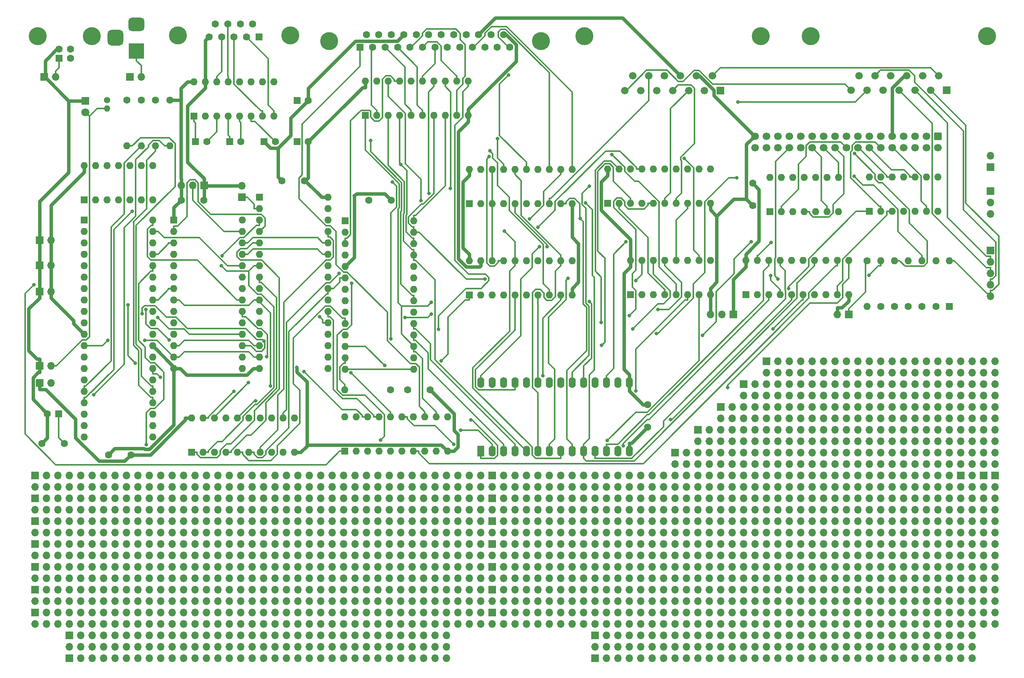
<source format=gbl>
G04 #@! TF.GenerationSoftware,KiCad,Pcbnew,8.0.3*
G04 #@! TF.CreationDate,2024-07-12T16:59:53+02:00*
G04 #@! TF.ProjectId,Sally2,53616c6c-7932-42e6-9b69-6361645f7063,rev?*
G04 #@! TF.SameCoordinates,Original*
G04 #@! TF.FileFunction,Copper,L2,Bot*
G04 #@! TF.FilePolarity,Positive*
%FSLAX46Y46*%
G04 Gerber Fmt 4.6, Leading zero omitted, Abs format (unit mm)*
G04 Created by KiCad (PCBNEW 8.0.3) date 2024-07-12 16:59:53*
%MOMM*%
%LPD*%
G01*
G04 APERTURE LIST*
G04 Aperture macros list*
%AMRoundRect*
0 Rectangle with rounded corners*
0 $1 Rounding radius*
0 $2 $3 $4 $5 $6 $7 $8 $9 X,Y pos of 4 corners*
0 Add a 4 corners polygon primitive as box body*
4,1,4,$2,$3,$4,$5,$6,$7,$8,$9,$2,$3,0*
0 Add four circle primitives for the rounded corners*
1,1,$1+$1,$2,$3*
1,1,$1+$1,$4,$5*
1,1,$1+$1,$6,$7*
1,1,$1+$1,$8,$9*
0 Add four rect primitives between the rounded corners*
20,1,$1+$1,$2,$3,$4,$5,0*
20,1,$1+$1,$4,$5,$6,$7,0*
20,1,$1+$1,$6,$7,$8,$9,0*
20,1,$1+$1,$8,$9,$2,$3,0*%
G04 Aperture macros list end*
G04 #@! TA.AperFunction,ComponentPad*
%ADD10R,1.700000X1.700000*%
G04 #@! TD*
G04 #@! TA.AperFunction,ComponentPad*
%ADD11O,1.700000X1.700000*%
G04 #@! TD*
G04 #@! TA.AperFunction,ComponentPad*
%ADD12R,1.800000X1.800000*%
G04 #@! TD*
G04 #@! TA.AperFunction,ComponentPad*
%ADD13C,1.800000*%
G04 #@! TD*
G04 #@! TA.AperFunction,ComponentPad*
%ADD14C,1.600000*%
G04 #@! TD*
G04 #@! TA.AperFunction,ComponentPad*
%ADD15R,1.600000X1.600000*%
G04 #@! TD*
G04 #@! TA.AperFunction,ComponentPad*
%ADD16C,4.000000*%
G04 #@! TD*
G04 #@! TA.AperFunction,ComponentPad*
%ADD17O,1.600000X1.600000*%
G04 #@! TD*
G04 #@! TA.AperFunction,ComponentPad*
%ADD18C,1.676400*%
G04 #@! TD*
G04 #@! TA.AperFunction,ComponentPad*
%ADD19R,1.676400X1.676400*%
G04 #@! TD*
G04 #@! TA.AperFunction,ComponentPad*
%ADD20R,1.600000X2.400000*%
G04 #@! TD*
G04 #@! TA.AperFunction,ComponentPad*
%ADD21O,1.600000X2.400000*%
G04 #@! TD*
G04 #@! TA.AperFunction,ComponentPad*
%ADD22C,1.400000*%
G04 #@! TD*
G04 #@! TA.AperFunction,ComponentPad*
%ADD23O,1.400000X1.400000*%
G04 #@! TD*
G04 #@! TA.AperFunction,ComponentPad*
%ADD24RoundRect,0.250000X-0.600000X0.600000X-0.600000X-0.600000X0.600000X-0.600000X0.600000X0.600000X0*%
G04 #@! TD*
G04 #@! TA.AperFunction,ComponentPad*
%ADD25C,1.700000*%
G04 #@! TD*
G04 #@! TA.AperFunction,ComponentPad*
%ADD26R,3.500000X3.500000*%
G04 #@! TD*
G04 #@! TA.AperFunction,ComponentPad*
%ADD27RoundRect,0.750000X-1.000000X0.750000X-1.000000X-0.750000X1.000000X-0.750000X1.000000X0.750000X0*%
G04 #@! TD*
G04 #@! TA.AperFunction,ComponentPad*
%ADD28RoundRect,0.875000X-0.875000X0.875000X-0.875000X-0.875000X0.875000X-0.875000X0.875000X0.875000X0*%
G04 #@! TD*
G04 #@! TA.AperFunction,ViaPad*
%ADD29C,0.800000*%
G04 #@! TD*
G04 #@! TA.AperFunction,Conductor*
%ADD30C,0.350000*%
G04 #@! TD*
G04 #@! TA.AperFunction,Conductor*
%ADD31C,0.800000*%
G04 #@! TD*
G04 APERTURE END LIST*
D10*
X137414000Y-146812000D03*
D11*
X139954000Y-146812000D03*
X142494000Y-146812000D03*
X145034000Y-146812000D03*
X147574000Y-146812000D03*
X150114000Y-146812000D03*
X152654000Y-146812000D03*
X155194000Y-146812000D03*
X157734000Y-146812000D03*
X160274000Y-146812000D03*
X162814000Y-146812000D03*
X165354000Y-146812000D03*
X167894000Y-146812000D03*
X170434000Y-146812000D03*
X172974000Y-146812000D03*
X175514000Y-146812000D03*
X178054000Y-146812000D03*
X180594000Y-146812000D03*
X183134000Y-146812000D03*
X185674000Y-146812000D03*
X188214000Y-146812000D03*
X190754000Y-146812000D03*
X193294000Y-146812000D03*
X195834000Y-146812000D03*
X198374000Y-146812000D03*
X200914000Y-146812000D03*
X203454000Y-146812000D03*
X205994000Y-146812000D03*
X208534000Y-146812000D03*
X211074000Y-146812000D03*
X213614000Y-146812000D03*
X216154000Y-146812000D03*
X218694000Y-146812000D03*
X221234000Y-146812000D03*
D10*
X20574000Y-146812000D03*
D11*
X23114000Y-146812000D03*
X25654000Y-146812000D03*
X28194000Y-146812000D03*
X30734000Y-146812000D03*
X33274000Y-146812000D03*
X35814000Y-146812000D03*
X38354000Y-146812000D03*
X40894000Y-146812000D03*
X43434000Y-146812000D03*
X45974000Y-146812000D03*
X48514000Y-146812000D03*
X51054000Y-146812000D03*
X53594000Y-146812000D03*
X56134000Y-146812000D03*
X58674000Y-146812000D03*
X61214000Y-146812000D03*
X63754000Y-146812000D03*
X66294000Y-146812000D03*
X68834000Y-146812000D03*
X71374000Y-146812000D03*
X73914000Y-146812000D03*
X76454000Y-146812000D03*
X78994000Y-146812000D03*
X81534000Y-146812000D03*
X84074000Y-146812000D03*
X86614000Y-146812000D03*
X89154000Y-146812000D03*
X91694000Y-146812000D03*
X94234000Y-146812000D03*
X96774000Y-146812000D03*
X99314000Y-146812000D03*
X101854000Y-146812000D03*
X104394000Y-146812000D03*
D10*
X137414000Y-141732000D03*
D11*
X137414000Y-144272000D03*
X139954000Y-141732000D03*
X139954000Y-144272000D03*
X142494000Y-141732000D03*
X142494000Y-144272000D03*
X145034000Y-141732000D03*
X145034000Y-144272000D03*
X147574000Y-141732000D03*
X147574000Y-144272000D03*
X150114000Y-141732000D03*
X150114000Y-144272000D03*
X152654000Y-141732000D03*
X152654000Y-144272000D03*
X155194000Y-141732000D03*
X155194000Y-144272000D03*
X157734000Y-141732000D03*
X157734000Y-144272000D03*
X160274000Y-141732000D03*
X160274000Y-144272000D03*
X162814000Y-141732000D03*
X162814000Y-144272000D03*
X165354000Y-141732000D03*
X165354000Y-144272000D03*
X167894000Y-141732000D03*
X167894000Y-144272000D03*
X170434000Y-141732000D03*
X170434000Y-144272000D03*
X172974000Y-141732000D03*
X172974000Y-144272000D03*
X175514000Y-141732000D03*
X175514000Y-144272000D03*
X178054000Y-141732000D03*
X178054000Y-144272000D03*
X180594000Y-141732000D03*
X180594000Y-144272000D03*
X183134000Y-141732000D03*
X183134000Y-144272000D03*
X185674000Y-141732000D03*
X185674000Y-144272000D03*
X188214000Y-141732000D03*
X188214000Y-144272000D03*
X190754000Y-141732000D03*
X190754000Y-144272000D03*
X193294000Y-141732000D03*
X193294000Y-144272000D03*
X195834000Y-141732000D03*
X195834000Y-144272000D03*
X198374000Y-141732000D03*
X198374000Y-144272000D03*
X200914000Y-141732000D03*
X200914000Y-144272000D03*
X203454000Y-141732000D03*
X203454000Y-144272000D03*
X205994000Y-141732000D03*
X205994000Y-144272000D03*
X208534000Y-141732000D03*
X208534000Y-144272000D03*
X211074000Y-141732000D03*
X211074000Y-144272000D03*
X213614000Y-141732000D03*
X213614000Y-144272000D03*
X216154000Y-141732000D03*
X216154000Y-144272000D03*
X218694000Y-141732000D03*
X218694000Y-144272000D03*
X221234000Y-141732000D03*
X221234000Y-144272000D03*
D10*
X20574000Y-141732000D03*
D11*
X20574000Y-144272000D03*
X23114000Y-141732000D03*
X23114000Y-144272000D03*
X25654000Y-141732000D03*
X25654000Y-144272000D03*
X28194000Y-141732000D03*
X28194000Y-144272000D03*
X30734000Y-141732000D03*
X30734000Y-144272000D03*
X33274000Y-141732000D03*
X33274000Y-144272000D03*
X35814000Y-141732000D03*
X35814000Y-144272000D03*
X38354000Y-141732000D03*
X38354000Y-144272000D03*
X40894000Y-141732000D03*
X40894000Y-144272000D03*
X43434000Y-141732000D03*
X43434000Y-144272000D03*
X45974000Y-141732000D03*
X45974000Y-144272000D03*
X48514000Y-141732000D03*
X48514000Y-144272000D03*
X51054000Y-141732000D03*
X51054000Y-144272000D03*
X53594000Y-141732000D03*
X53594000Y-144272000D03*
X56134000Y-141732000D03*
X56134000Y-144272000D03*
X58674000Y-141732000D03*
X58674000Y-144272000D03*
X61214000Y-141732000D03*
X61214000Y-144272000D03*
X63754000Y-141732000D03*
X63754000Y-144272000D03*
X66294000Y-141732000D03*
X66294000Y-144272000D03*
X68834000Y-141732000D03*
X68834000Y-144272000D03*
X71374000Y-141732000D03*
X71374000Y-144272000D03*
X73914000Y-141732000D03*
X73914000Y-144272000D03*
X76454000Y-141732000D03*
X76454000Y-144272000D03*
X78994000Y-141732000D03*
X78994000Y-144272000D03*
X81534000Y-141732000D03*
X81534000Y-144272000D03*
X84074000Y-141732000D03*
X84074000Y-144272000D03*
X86614000Y-141732000D03*
X86614000Y-144272000D03*
X89154000Y-141732000D03*
X89154000Y-144272000D03*
X91694000Y-141732000D03*
X91694000Y-144272000D03*
X94234000Y-141732000D03*
X94234000Y-144272000D03*
X96774000Y-141732000D03*
X96774000Y-144272000D03*
X99314000Y-141732000D03*
X99314000Y-144272000D03*
X101854000Y-141732000D03*
X101854000Y-144272000D03*
X104394000Y-141732000D03*
X104394000Y-144272000D03*
D10*
X226314000Y-106172000D03*
D11*
X226314000Y-108712000D03*
X226314000Y-111252000D03*
X226314000Y-113792000D03*
X226314000Y-116332000D03*
X226314000Y-118872000D03*
X226314000Y-121412000D03*
X226314000Y-123952000D03*
X226314000Y-126492000D03*
X226314000Y-129032000D03*
X226314000Y-131572000D03*
X226314000Y-134112000D03*
X226314000Y-136652000D03*
X226314000Y-139192000D03*
D10*
X223774000Y-106172000D03*
D11*
X221234000Y-106172000D03*
X223774000Y-108712000D03*
X221234000Y-108712000D03*
X223774000Y-111252000D03*
X221234000Y-111252000D03*
X223774000Y-113792000D03*
X221234000Y-113792000D03*
X223774000Y-116332000D03*
X221234000Y-116332000D03*
X223774000Y-118872000D03*
X221234000Y-118872000D03*
X223774000Y-121412000D03*
X221234000Y-121412000D03*
X223774000Y-123952000D03*
X221234000Y-123952000D03*
X223774000Y-126492000D03*
X221234000Y-126492000D03*
X223774000Y-129032000D03*
X221234000Y-129032000D03*
X223774000Y-131572000D03*
X221234000Y-131572000D03*
X223774000Y-134112000D03*
X221234000Y-134112000D03*
X223774000Y-136652000D03*
X221234000Y-136652000D03*
X223774000Y-139192000D03*
X221234000Y-139192000D03*
D10*
X218694000Y-106172000D03*
D11*
X216154000Y-106172000D03*
X218694000Y-108712000D03*
X216154000Y-108712000D03*
X218694000Y-111252000D03*
X216154000Y-111252000D03*
X218694000Y-113792000D03*
X216154000Y-113792000D03*
X218694000Y-116332000D03*
X216154000Y-116332000D03*
X218694000Y-118872000D03*
X216154000Y-118872000D03*
X218694000Y-121412000D03*
X216154000Y-121412000D03*
X218694000Y-123952000D03*
X216154000Y-123952000D03*
X218694000Y-126492000D03*
X216154000Y-126492000D03*
X218694000Y-129032000D03*
X216154000Y-129032000D03*
X218694000Y-131572000D03*
X216154000Y-131572000D03*
X218694000Y-134112000D03*
X216154000Y-134112000D03*
X218694000Y-136652000D03*
X216154000Y-136652000D03*
X218694000Y-139192000D03*
X216154000Y-139192000D03*
D10*
X175514000Y-80772000D03*
D11*
X175514000Y-83312000D03*
X178054000Y-80772000D03*
X178054000Y-83312000D03*
X180594000Y-80772000D03*
X180594000Y-83312000D03*
X183134000Y-80772000D03*
X183134000Y-83312000D03*
X185674000Y-80772000D03*
X185674000Y-83312000D03*
X188214000Y-80772000D03*
X188214000Y-83312000D03*
X190754000Y-80772000D03*
X190754000Y-83312000D03*
X193294000Y-80772000D03*
X193294000Y-83312000D03*
X195834000Y-80772000D03*
X195834000Y-83312000D03*
X198374000Y-80772000D03*
X198374000Y-83312000D03*
X200914000Y-80772000D03*
X200914000Y-83312000D03*
X203454000Y-80772000D03*
X203454000Y-83312000D03*
X205994000Y-80772000D03*
X205994000Y-83312000D03*
X208534000Y-80772000D03*
X208534000Y-83312000D03*
X211074000Y-80772000D03*
X211074000Y-83312000D03*
X213614000Y-80772000D03*
X213614000Y-83312000D03*
X216154000Y-80772000D03*
X216154000Y-83312000D03*
X218694000Y-80772000D03*
X218694000Y-83312000D03*
X221234000Y-80772000D03*
X221234000Y-83312000D03*
X223774000Y-80772000D03*
X223774000Y-83312000D03*
X226314000Y-80772000D03*
X226314000Y-83312000D03*
D10*
X170434000Y-85852000D03*
D11*
X170434000Y-88392000D03*
X172974000Y-85852000D03*
X172974000Y-88392000D03*
X175514000Y-85852000D03*
X175514000Y-88392000D03*
X178054000Y-85852000D03*
X178054000Y-88392000D03*
X180594000Y-85852000D03*
X180594000Y-88392000D03*
X183134000Y-85852000D03*
X183134000Y-88392000D03*
X185674000Y-85852000D03*
X185674000Y-88392000D03*
X188214000Y-85852000D03*
X188214000Y-88392000D03*
X190754000Y-85852000D03*
X190754000Y-88392000D03*
X193294000Y-85852000D03*
X193294000Y-88392000D03*
X195834000Y-85852000D03*
X195834000Y-88392000D03*
X198374000Y-85852000D03*
X198374000Y-88392000D03*
X200914000Y-85852000D03*
X200914000Y-88392000D03*
X203454000Y-85852000D03*
X203454000Y-88392000D03*
X205994000Y-85852000D03*
X205994000Y-88392000D03*
X208534000Y-85852000D03*
X208534000Y-88392000D03*
X211074000Y-85852000D03*
X211074000Y-88392000D03*
X213614000Y-85852000D03*
X213614000Y-88392000D03*
X216154000Y-85852000D03*
X216154000Y-88392000D03*
X218694000Y-85852000D03*
X218694000Y-88392000D03*
X221234000Y-85852000D03*
X221234000Y-88392000D03*
X223774000Y-85852000D03*
X223774000Y-88392000D03*
X226314000Y-85852000D03*
X226314000Y-88392000D03*
D10*
X165354000Y-90932000D03*
D11*
X165354000Y-93472000D03*
X167894000Y-90932000D03*
X167894000Y-93472000D03*
X170434000Y-90932000D03*
X170434000Y-93472000D03*
X172974000Y-90932000D03*
X172974000Y-93472000D03*
X175514000Y-90932000D03*
X175514000Y-93472000D03*
X178054000Y-90932000D03*
X178054000Y-93472000D03*
X180594000Y-90932000D03*
X180594000Y-93472000D03*
X183134000Y-90932000D03*
X183134000Y-93472000D03*
X185674000Y-90932000D03*
X185674000Y-93472000D03*
X188214000Y-90932000D03*
X188214000Y-93472000D03*
X190754000Y-90932000D03*
X190754000Y-93472000D03*
X193294000Y-90932000D03*
X193294000Y-93472000D03*
X195834000Y-90932000D03*
X195834000Y-93472000D03*
X198374000Y-90932000D03*
X198374000Y-93472000D03*
X200914000Y-90932000D03*
X200914000Y-93472000D03*
X203454000Y-90932000D03*
X203454000Y-93472000D03*
X205994000Y-90932000D03*
X205994000Y-93472000D03*
X208534000Y-90932000D03*
X208534000Y-93472000D03*
X211074000Y-90932000D03*
X211074000Y-93472000D03*
X213614000Y-90932000D03*
X213614000Y-93472000D03*
X216154000Y-90932000D03*
X216154000Y-93472000D03*
X218694000Y-90932000D03*
X218694000Y-93472000D03*
X221234000Y-90932000D03*
X221234000Y-93472000D03*
X223774000Y-90932000D03*
X223774000Y-93472000D03*
X226314000Y-90932000D03*
X226314000Y-93472000D03*
D10*
X160274000Y-96012000D03*
D11*
X160274000Y-98552000D03*
X162814000Y-96012000D03*
X162814000Y-98552000D03*
X165354000Y-96012000D03*
X165354000Y-98552000D03*
X167894000Y-96012000D03*
X167894000Y-98552000D03*
X170434000Y-96012000D03*
X170434000Y-98552000D03*
X172974000Y-96012000D03*
X172974000Y-98552000D03*
X175514000Y-96012000D03*
X175514000Y-98552000D03*
X178054000Y-96012000D03*
X178054000Y-98552000D03*
X180594000Y-96012000D03*
X180594000Y-98552000D03*
X183134000Y-96012000D03*
X183134000Y-98552000D03*
X185674000Y-96012000D03*
X185674000Y-98552000D03*
X188214000Y-96012000D03*
X188214000Y-98552000D03*
X190754000Y-96012000D03*
X190754000Y-98552000D03*
X193294000Y-96012000D03*
X193294000Y-98552000D03*
X195834000Y-96012000D03*
X195834000Y-98552000D03*
X198374000Y-96012000D03*
X198374000Y-98552000D03*
X200914000Y-96012000D03*
X200914000Y-98552000D03*
X203454000Y-96012000D03*
X203454000Y-98552000D03*
X205994000Y-96012000D03*
X205994000Y-98552000D03*
X208534000Y-96012000D03*
X208534000Y-98552000D03*
X211074000Y-96012000D03*
X211074000Y-98552000D03*
X213614000Y-96012000D03*
X213614000Y-98552000D03*
X216154000Y-96012000D03*
X216154000Y-98552000D03*
X218694000Y-96012000D03*
X218694000Y-98552000D03*
X221234000Y-96012000D03*
X221234000Y-98552000D03*
X223774000Y-96012000D03*
X223774000Y-98552000D03*
X226314000Y-96012000D03*
X226314000Y-98552000D03*
D10*
X155194000Y-101092000D03*
D11*
X155194000Y-103632000D03*
X157734000Y-101092000D03*
X157734000Y-103632000D03*
X160274000Y-101092000D03*
X160274000Y-103632000D03*
X162814000Y-101092000D03*
X162814000Y-103632000D03*
X165354000Y-101092000D03*
X165354000Y-103632000D03*
X167894000Y-101092000D03*
X167894000Y-103632000D03*
X170434000Y-101092000D03*
X170434000Y-103632000D03*
X172974000Y-101092000D03*
X172974000Y-103632000D03*
X175514000Y-101092000D03*
X175514000Y-103632000D03*
X178054000Y-101092000D03*
X178054000Y-103632000D03*
X180594000Y-101092000D03*
X180594000Y-103632000D03*
X183134000Y-101092000D03*
X183134000Y-103632000D03*
X185674000Y-101092000D03*
X185674000Y-103632000D03*
X188214000Y-101092000D03*
X188214000Y-103632000D03*
X190754000Y-101092000D03*
X190754000Y-103632000D03*
X193294000Y-101092000D03*
X193294000Y-103632000D03*
X195834000Y-101092000D03*
X195834000Y-103632000D03*
X198374000Y-101092000D03*
X198374000Y-103632000D03*
X200914000Y-101092000D03*
X200914000Y-103632000D03*
X203454000Y-101092000D03*
X203454000Y-103632000D03*
X205994000Y-101092000D03*
X205994000Y-103632000D03*
X208534000Y-101092000D03*
X208534000Y-103632000D03*
X211074000Y-101092000D03*
X211074000Y-103632000D03*
X213614000Y-101092000D03*
X213614000Y-103632000D03*
X216154000Y-101092000D03*
X216154000Y-103632000D03*
X218694000Y-101092000D03*
X218694000Y-103632000D03*
X221234000Y-101092000D03*
X221234000Y-103632000D03*
X223774000Y-101092000D03*
X223774000Y-103632000D03*
X226314000Y-101092000D03*
X226314000Y-103632000D03*
X213614000Y-113792000D03*
X213614000Y-111252000D03*
X211074000Y-113792000D03*
X211074000Y-111252000D03*
X208534000Y-113792000D03*
X208534000Y-111252000D03*
X205994000Y-113792000D03*
X205994000Y-111252000D03*
X203454000Y-113792000D03*
X203454000Y-111252000D03*
X200914000Y-113792000D03*
X200914000Y-111252000D03*
X198374000Y-113792000D03*
X198374000Y-111252000D03*
X195834000Y-113792000D03*
X195834000Y-111252000D03*
X193294000Y-113792000D03*
X193294000Y-111252000D03*
X190754000Y-113792000D03*
X190754000Y-111252000D03*
X188214000Y-113792000D03*
X188214000Y-111252000D03*
X185674000Y-113792000D03*
X185674000Y-111252000D03*
X183134000Y-113792000D03*
X183134000Y-111252000D03*
X180594000Y-113792000D03*
X180594000Y-111252000D03*
X178054000Y-113792000D03*
X178054000Y-111252000D03*
X175514000Y-113792000D03*
X175514000Y-111252000D03*
X172974000Y-113792000D03*
X172974000Y-111252000D03*
X170434000Y-113792000D03*
X170434000Y-111252000D03*
X167894000Y-113792000D03*
X167894000Y-111252000D03*
X165354000Y-113792000D03*
X165354000Y-111252000D03*
X162814000Y-113792000D03*
X162814000Y-111252000D03*
X160274000Y-113792000D03*
X160274000Y-111252000D03*
X157734000Y-113792000D03*
X157734000Y-111252000D03*
X155194000Y-113792000D03*
X155194000Y-111252000D03*
X152654000Y-113792000D03*
X152654000Y-111252000D03*
X150114000Y-113792000D03*
X150114000Y-111252000D03*
X147574000Y-113792000D03*
X147574000Y-111252000D03*
X145034000Y-113792000D03*
X145034000Y-111252000D03*
X142494000Y-113792000D03*
X142494000Y-111252000D03*
X139954000Y-113792000D03*
X139954000Y-111252000D03*
X137414000Y-113792000D03*
X137414000Y-111252000D03*
X134874000Y-113792000D03*
X134874000Y-111252000D03*
X132334000Y-113792000D03*
X132334000Y-111252000D03*
X129794000Y-113792000D03*
X129794000Y-111252000D03*
X127254000Y-113792000D03*
X127254000Y-111252000D03*
X124714000Y-113792000D03*
X124714000Y-111252000D03*
X122174000Y-113792000D03*
X122174000Y-111252000D03*
X119634000Y-113792000D03*
X119634000Y-111252000D03*
X117094000Y-113792000D03*
X117094000Y-111252000D03*
X114554000Y-113792000D03*
D10*
X114554000Y-111252000D03*
D11*
X112014000Y-108712000D03*
X112014000Y-106172000D03*
X109474000Y-108712000D03*
X109474000Y-106172000D03*
X106934000Y-108712000D03*
X106934000Y-106172000D03*
X104394000Y-108712000D03*
X104394000Y-106172000D03*
X101854000Y-108712000D03*
X101854000Y-106172000D03*
X99314000Y-108712000D03*
X99314000Y-106172000D03*
X96774000Y-108712000D03*
X96774000Y-106172000D03*
X94234000Y-108712000D03*
X94234000Y-106172000D03*
X91694000Y-108712000D03*
X91694000Y-106172000D03*
X89154000Y-108712000D03*
X89154000Y-106172000D03*
X86614000Y-108712000D03*
X86614000Y-106172000D03*
X84074000Y-108712000D03*
X84074000Y-106172000D03*
X81534000Y-108712000D03*
X81534000Y-106172000D03*
X78994000Y-108712000D03*
X78994000Y-106172000D03*
X76454000Y-108712000D03*
X76454000Y-106172000D03*
X73914000Y-108712000D03*
X73914000Y-106172000D03*
X71374000Y-108712000D03*
X71374000Y-106172000D03*
X68834000Y-108712000D03*
X68834000Y-106172000D03*
X66294000Y-108712000D03*
X66294000Y-106172000D03*
X63754000Y-108712000D03*
X63754000Y-106172000D03*
X61214000Y-108712000D03*
X61214000Y-106172000D03*
X58674000Y-108712000D03*
X58674000Y-106172000D03*
X56134000Y-108712000D03*
X56134000Y-106172000D03*
X53594000Y-108712000D03*
X53594000Y-106172000D03*
X51054000Y-108712000D03*
X51054000Y-106172000D03*
X48514000Y-108712000D03*
X48514000Y-106172000D03*
X45974000Y-108712000D03*
X45974000Y-106172000D03*
X43434000Y-108712000D03*
X43434000Y-106172000D03*
X40894000Y-108712000D03*
X40894000Y-106172000D03*
X38354000Y-108712000D03*
X38354000Y-106172000D03*
X35814000Y-108712000D03*
X35814000Y-106172000D03*
X33274000Y-108712000D03*
X33274000Y-106172000D03*
X30734000Y-108712000D03*
X30734000Y-106172000D03*
X28194000Y-108712000D03*
X28194000Y-106172000D03*
X25654000Y-108712000D03*
X25654000Y-106172000D03*
X23114000Y-108712000D03*
X23114000Y-106172000D03*
X20574000Y-108712000D03*
X20574000Y-106172000D03*
X18034000Y-108712000D03*
X18034000Y-106172000D03*
X15494000Y-108712000D03*
X15494000Y-106172000D03*
X12954000Y-108712000D03*
D10*
X12954000Y-106172000D03*
D11*
X112014000Y-113792000D03*
X112014000Y-111252000D03*
X109474000Y-113792000D03*
X109474000Y-111252000D03*
X106934000Y-113792000D03*
X106934000Y-111252000D03*
X104394000Y-113792000D03*
X104394000Y-111252000D03*
X101854000Y-113792000D03*
X101854000Y-111252000D03*
X99314000Y-113792000D03*
X99314000Y-111252000D03*
X96774000Y-113792000D03*
X96774000Y-111252000D03*
X94234000Y-113792000D03*
X94234000Y-111252000D03*
X91694000Y-113792000D03*
X91694000Y-111252000D03*
X89154000Y-113792000D03*
X89154000Y-111252000D03*
X86614000Y-113792000D03*
X86614000Y-111252000D03*
X84074000Y-113792000D03*
X84074000Y-111252000D03*
X81534000Y-113792000D03*
X81534000Y-111252000D03*
X78994000Y-113792000D03*
X78994000Y-111252000D03*
X76454000Y-113792000D03*
X76454000Y-111252000D03*
X73914000Y-113792000D03*
X73914000Y-111252000D03*
X71374000Y-113792000D03*
X71374000Y-111252000D03*
X68834000Y-113792000D03*
X68834000Y-111252000D03*
X66294000Y-113792000D03*
X66294000Y-111252000D03*
X63754000Y-113792000D03*
X63754000Y-111252000D03*
X61214000Y-113792000D03*
X61214000Y-111252000D03*
X58674000Y-113792000D03*
X58674000Y-111252000D03*
X56134000Y-113792000D03*
X56134000Y-111252000D03*
X53594000Y-113792000D03*
X53594000Y-111252000D03*
X51054000Y-113792000D03*
X51054000Y-111252000D03*
X48514000Y-113792000D03*
X48514000Y-111252000D03*
X45974000Y-113792000D03*
X45974000Y-111252000D03*
X43434000Y-113792000D03*
X43434000Y-111252000D03*
X40894000Y-113792000D03*
X40894000Y-111252000D03*
X38354000Y-113792000D03*
X38354000Y-111252000D03*
X35814000Y-113792000D03*
X35814000Y-111252000D03*
X33274000Y-113792000D03*
X33274000Y-111252000D03*
X30734000Y-113792000D03*
X30734000Y-111252000D03*
X28194000Y-113792000D03*
X28194000Y-111252000D03*
X25654000Y-113792000D03*
X25654000Y-111252000D03*
X23114000Y-113792000D03*
X23114000Y-111252000D03*
X20574000Y-113792000D03*
X20574000Y-111252000D03*
X18034000Y-113792000D03*
X18034000Y-111252000D03*
X15494000Y-113792000D03*
X15494000Y-111252000D03*
X12954000Y-113792000D03*
D10*
X12954000Y-111252000D03*
X12954000Y-116332000D03*
D11*
X12954000Y-118872000D03*
X15494000Y-116332000D03*
X15494000Y-118872000D03*
X18034000Y-116332000D03*
X18034000Y-118872000D03*
X20574000Y-116332000D03*
X20574000Y-118872000D03*
X23114000Y-116332000D03*
X23114000Y-118872000D03*
X25654000Y-116332000D03*
X25654000Y-118872000D03*
X28194000Y-116332000D03*
X28194000Y-118872000D03*
X30734000Y-116332000D03*
X30734000Y-118872000D03*
X33274000Y-116332000D03*
X33274000Y-118872000D03*
X35814000Y-116332000D03*
X35814000Y-118872000D03*
X38354000Y-116332000D03*
X38354000Y-118872000D03*
X40894000Y-116332000D03*
X40894000Y-118872000D03*
X43434000Y-116332000D03*
X43434000Y-118872000D03*
X45974000Y-116332000D03*
X45974000Y-118872000D03*
X48514000Y-116332000D03*
X48514000Y-118872000D03*
X51054000Y-116332000D03*
X51054000Y-118872000D03*
X53594000Y-116332000D03*
X53594000Y-118872000D03*
X56134000Y-116332000D03*
X56134000Y-118872000D03*
X58674000Y-116332000D03*
X58674000Y-118872000D03*
X61214000Y-116332000D03*
X61214000Y-118872000D03*
X63754000Y-116332000D03*
X63754000Y-118872000D03*
X66294000Y-116332000D03*
X66294000Y-118872000D03*
X68834000Y-116332000D03*
X68834000Y-118872000D03*
X71374000Y-116332000D03*
X71374000Y-118872000D03*
X73914000Y-116332000D03*
X73914000Y-118872000D03*
X76454000Y-116332000D03*
X76454000Y-118872000D03*
X78994000Y-116332000D03*
X78994000Y-118872000D03*
X81534000Y-116332000D03*
X81534000Y-118872000D03*
X84074000Y-116332000D03*
X84074000Y-118872000D03*
X86614000Y-116332000D03*
X86614000Y-118872000D03*
X89154000Y-116332000D03*
X89154000Y-118872000D03*
X91694000Y-116332000D03*
X91694000Y-118872000D03*
X94234000Y-116332000D03*
X94234000Y-118872000D03*
X96774000Y-116332000D03*
X96774000Y-118872000D03*
X99314000Y-116332000D03*
X99314000Y-118872000D03*
X101854000Y-116332000D03*
X101854000Y-118872000D03*
X104394000Y-116332000D03*
X104394000Y-118872000D03*
X106934000Y-116332000D03*
X106934000Y-118872000D03*
X109474000Y-116332000D03*
X109474000Y-118872000D03*
X112014000Y-116332000D03*
X112014000Y-118872000D03*
X213614000Y-108712000D03*
X213614000Y-106172000D03*
X211074000Y-108712000D03*
X211074000Y-106172000D03*
X208534000Y-108712000D03*
X208534000Y-106172000D03*
X205994000Y-108712000D03*
X205994000Y-106172000D03*
X203454000Y-108712000D03*
X203454000Y-106172000D03*
X200914000Y-108712000D03*
X200914000Y-106172000D03*
X198374000Y-108712000D03*
X198374000Y-106172000D03*
X195834000Y-108712000D03*
X195834000Y-106172000D03*
X193294000Y-108712000D03*
X193294000Y-106172000D03*
X190754000Y-108712000D03*
X190754000Y-106172000D03*
X188214000Y-108712000D03*
X188214000Y-106172000D03*
X185674000Y-108712000D03*
X185674000Y-106172000D03*
X183134000Y-108712000D03*
X183134000Y-106172000D03*
X180594000Y-108712000D03*
X180594000Y-106172000D03*
X178054000Y-108712000D03*
X178054000Y-106172000D03*
X175514000Y-108712000D03*
X175514000Y-106172000D03*
X172974000Y-108712000D03*
X172974000Y-106172000D03*
X170434000Y-108712000D03*
X170434000Y-106172000D03*
X167894000Y-108712000D03*
X167894000Y-106172000D03*
X165354000Y-108712000D03*
X165354000Y-106172000D03*
X162814000Y-108712000D03*
X162814000Y-106172000D03*
X160274000Y-108712000D03*
X160274000Y-106172000D03*
X157734000Y-108712000D03*
X157734000Y-106172000D03*
X155194000Y-108712000D03*
X155194000Y-106172000D03*
X152654000Y-108712000D03*
X152654000Y-106172000D03*
X150114000Y-108712000D03*
X150114000Y-106172000D03*
X147574000Y-108712000D03*
X147574000Y-106172000D03*
X145034000Y-108712000D03*
X145034000Y-106172000D03*
X142494000Y-108712000D03*
X142494000Y-106172000D03*
X139954000Y-108712000D03*
X139954000Y-106172000D03*
X137414000Y-108712000D03*
X137414000Y-106172000D03*
X134874000Y-108712000D03*
X134874000Y-106172000D03*
X132334000Y-108712000D03*
X132334000Y-106172000D03*
X129794000Y-108712000D03*
X129794000Y-106172000D03*
X127254000Y-108712000D03*
X127254000Y-106172000D03*
X124714000Y-108712000D03*
X124714000Y-106172000D03*
X122174000Y-108712000D03*
X122174000Y-106172000D03*
X119634000Y-108712000D03*
X119634000Y-106172000D03*
X117094000Y-108712000D03*
X117094000Y-106172000D03*
X114554000Y-108712000D03*
D10*
X114554000Y-106172000D03*
X114554000Y-116332000D03*
D11*
X114554000Y-118872000D03*
X117094000Y-116332000D03*
X117094000Y-118872000D03*
X119634000Y-116332000D03*
X119634000Y-118872000D03*
X122174000Y-116332000D03*
X122174000Y-118872000D03*
X124714000Y-116332000D03*
X124714000Y-118872000D03*
X127254000Y-116332000D03*
X127254000Y-118872000D03*
X129794000Y-116332000D03*
X129794000Y-118872000D03*
X132334000Y-116332000D03*
X132334000Y-118872000D03*
X134874000Y-116332000D03*
X134874000Y-118872000D03*
X137414000Y-116332000D03*
X137414000Y-118872000D03*
X139954000Y-116332000D03*
X139954000Y-118872000D03*
X142494000Y-116332000D03*
X142494000Y-118872000D03*
X145034000Y-116332000D03*
X145034000Y-118872000D03*
X147574000Y-116332000D03*
X147574000Y-118872000D03*
X150114000Y-116332000D03*
X150114000Y-118872000D03*
X152654000Y-116332000D03*
X152654000Y-118872000D03*
X155194000Y-116332000D03*
X155194000Y-118872000D03*
X157734000Y-116332000D03*
X157734000Y-118872000D03*
X160274000Y-116332000D03*
X160274000Y-118872000D03*
X162814000Y-116332000D03*
X162814000Y-118872000D03*
X165354000Y-116332000D03*
X165354000Y-118872000D03*
X167894000Y-116332000D03*
X167894000Y-118872000D03*
X170434000Y-116332000D03*
X170434000Y-118872000D03*
X172974000Y-116332000D03*
X172974000Y-118872000D03*
X175514000Y-116332000D03*
X175514000Y-118872000D03*
X178054000Y-116332000D03*
X178054000Y-118872000D03*
X180594000Y-116332000D03*
X180594000Y-118872000D03*
X183134000Y-116332000D03*
X183134000Y-118872000D03*
X185674000Y-116332000D03*
X185674000Y-118872000D03*
X188214000Y-116332000D03*
X188214000Y-118872000D03*
X190754000Y-116332000D03*
X190754000Y-118872000D03*
X193294000Y-116332000D03*
X193294000Y-118872000D03*
X195834000Y-116332000D03*
X195834000Y-118872000D03*
X198374000Y-116332000D03*
X198374000Y-118872000D03*
X200914000Y-116332000D03*
X200914000Y-118872000D03*
X203454000Y-116332000D03*
X203454000Y-118872000D03*
X205994000Y-116332000D03*
X205994000Y-118872000D03*
X208534000Y-116332000D03*
X208534000Y-118872000D03*
X211074000Y-116332000D03*
X211074000Y-118872000D03*
X213614000Y-116332000D03*
X213614000Y-118872000D03*
X112014000Y-123952000D03*
X112014000Y-121412000D03*
X109474000Y-123952000D03*
X109474000Y-121412000D03*
X106934000Y-123952000D03*
X106934000Y-121412000D03*
X104394000Y-123952000D03*
X104394000Y-121412000D03*
X101854000Y-123952000D03*
X101854000Y-121412000D03*
X99314000Y-123952000D03*
X99314000Y-121412000D03*
X96774000Y-123952000D03*
X96774000Y-121412000D03*
X94234000Y-123952000D03*
X94234000Y-121412000D03*
X91694000Y-123952000D03*
X91694000Y-121412000D03*
X89154000Y-123952000D03*
X89154000Y-121412000D03*
X86614000Y-123952000D03*
X86614000Y-121412000D03*
X84074000Y-123952000D03*
X84074000Y-121412000D03*
X81534000Y-123952000D03*
X81534000Y-121412000D03*
X78994000Y-123952000D03*
X78994000Y-121412000D03*
X76454000Y-123952000D03*
X76454000Y-121412000D03*
X73914000Y-123952000D03*
X73914000Y-121412000D03*
X71374000Y-123952000D03*
X71374000Y-121412000D03*
X68834000Y-123952000D03*
X68834000Y-121412000D03*
X66294000Y-123952000D03*
X66294000Y-121412000D03*
X63754000Y-123952000D03*
X63754000Y-121412000D03*
X61214000Y-123952000D03*
X61214000Y-121412000D03*
X58674000Y-123952000D03*
X58674000Y-121412000D03*
X56134000Y-123952000D03*
X56134000Y-121412000D03*
X53594000Y-123952000D03*
X53594000Y-121412000D03*
X51054000Y-123952000D03*
X51054000Y-121412000D03*
X48514000Y-123952000D03*
X48514000Y-121412000D03*
X45974000Y-123952000D03*
X45974000Y-121412000D03*
X43434000Y-123952000D03*
X43434000Y-121412000D03*
X40894000Y-123952000D03*
X40894000Y-121412000D03*
X38354000Y-123952000D03*
X38354000Y-121412000D03*
X35814000Y-123952000D03*
X35814000Y-121412000D03*
X33274000Y-123952000D03*
X33274000Y-121412000D03*
X30734000Y-123952000D03*
X30734000Y-121412000D03*
X28194000Y-123952000D03*
X28194000Y-121412000D03*
X25654000Y-123952000D03*
X25654000Y-121412000D03*
X23114000Y-123952000D03*
X23114000Y-121412000D03*
X20574000Y-123952000D03*
X20574000Y-121412000D03*
X18034000Y-123952000D03*
X18034000Y-121412000D03*
X15494000Y-123952000D03*
X15494000Y-121412000D03*
X12954000Y-123952000D03*
D10*
X12954000Y-121412000D03*
D11*
X213614000Y-129032000D03*
X213614000Y-126492000D03*
X211074000Y-129032000D03*
X211074000Y-126492000D03*
X208534000Y-129032000D03*
X208534000Y-126492000D03*
X205994000Y-129032000D03*
X205994000Y-126492000D03*
X203454000Y-129032000D03*
X203454000Y-126492000D03*
X200914000Y-129032000D03*
X200914000Y-126492000D03*
X198374000Y-129032000D03*
X198374000Y-126492000D03*
X195834000Y-129032000D03*
X195834000Y-126492000D03*
X193294000Y-129032000D03*
X193294000Y-126492000D03*
X190754000Y-129032000D03*
X190754000Y-126492000D03*
X188214000Y-129032000D03*
X188214000Y-126492000D03*
X185674000Y-129032000D03*
X185674000Y-126492000D03*
X183134000Y-129032000D03*
X183134000Y-126492000D03*
X180594000Y-129032000D03*
X180594000Y-126492000D03*
X178054000Y-129032000D03*
X178054000Y-126492000D03*
X175514000Y-129032000D03*
X175514000Y-126492000D03*
X172974000Y-129032000D03*
X172974000Y-126492000D03*
X170434000Y-129032000D03*
X170434000Y-126492000D03*
X167894000Y-129032000D03*
X167894000Y-126492000D03*
X165354000Y-129032000D03*
X165354000Y-126492000D03*
X162814000Y-129032000D03*
X162814000Y-126492000D03*
X160274000Y-129032000D03*
X160274000Y-126492000D03*
X157734000Y-129032000D03*
X157734000Y-126492000D03*
X155194000Y-129032000D03*
X155194000Y-126492000D03*
X152654000Y-129032000D03*
X152654000Y-126492000D03*
X150114000Y-129032000D03*
X150114000Y-126492000D03*
X147574000Y-129032000D03*
X147574000Y-126492000D03*
X145034000Y-129032000D03*
X145034000Y-126492000D03*
X142494000Y-129032000D03*
X142494000Y-126492000D03*
X139954000Y-129032000D03*
X139954000Y-126492000D03*
X137414000Y-129032000D03*
X137414000Y-126492000D03*
X134874000Y-129032000D03*
X134874000Y-126492000D03*
X132334000Y-129032000D03*
X132334000Y-126492000D03*
X129794000Y-129032000D03*
X129794000Y-126492000D03*
X127254000Y-129032000D03*
X127254000Y-126492000D03*
X124714000Y-129032000D03*
X124714000Y-126492000D03*
X122174000Y-129032000D03*
X122174000Y-126492000D03*
X119634000Y-129032000D03*
X119634000Y-126492000D03*
X117094000Y-129032000D03*
X117094000Y-126492000D03*
X114554000Y-129032000D03*
D10*
X114554000Y-126492000D03*
D11*
X213614000Y-123952000D03*
X213614000Y-121412000D03*
X211074000Y-123952000D03*
X211074000Y-121412000D03*
X208534000Y-123952000D03*
X208534000Y-121412000D03*
X205994000Y-123952000D03*
X205994000Y-121412000D03*
X203454000Y-123952000D03*
X203454000Y-121412000D03*
X200914000Y-123952000D03*
X200914000Y-121412000D03*
X198374000Y-123952000D03*
X198374000Y-121412000D03*
X195834000Y-123952000D03*
X195834000Y-121412000D03*
X193294000Y-123952000D03*
X193294000Y-121412000D03*
X190754000Y-123952000D03*
X190754000Y-121412000D03*
X188214000Y-123952000D03*
X188214000Y-121412000D03*
X185674000Y-123952000D03*
X185674000Y-121412000D03*
X183134000Y-123952000D03*
X183134000Y-121412000D03*
X180594000Y-123952000D03*
X180594000Y-121412000D03*
X178054000Y-123952000D03*
X178054000Y-121412000D03*
X175514000Y-123952000D03*
X175514000Y-121412000D03*
X172974000Y-123952000D03*
X172974000Y-121412000D03*
X170434000Y-123952000D03*
X170434000Y-121412000D03*
X167894000Y-123952000D03*
X167894000Y-121412000D03*
X165354000Y-123952000D03*
X165354000Y-121412000D03*
X162814000Y-123952000D03*
X162814000Y-121412000D03*
X160274000Y-123952000D03*
X160274000Y-121412000D03*
X157734000Y-123952000D03*
X157734000Y-121412000D03*
X155194000Y-123952000D03*
X155194000Y-121412000D03*
X152654000Y-123952000D03*
X152654000Y-121412000D03*
X150114000Y-123952000D03*
X150114000Y-121412000D03*
X147574000Y-123952000D03*
X147574000Y-121412000D03*
X145034000Y-123952000D03*
X145034000Y-121412000D03*
X142494000Y-123952000D03*
X142494000Y-121412000D03*
X139954000Y-123952000D03*
X139954000Y-121412000D03*
X137414000Y-123952000D03*
X137414000Y-121412000D03*
X134874000Y-123952000D03*
X134874000Y-121412000D03*
X132334000Y-123952000D03*
X132334000Y-121412000D03*
X129794000Y-123952000D03*
X129794000Y-121412000D03*
X127254000Y-123952000D03*
X127254000Y-121412000D03*
X124714000Y-123952000D03*
X124714000Y-121412000D03*
X122174000Y-123952000D03*
X122174000Y-121412000D03*
X119634000Y-123952000D03*
X119634000Y-121412000D03*
X117094000Y-123952000D03*
X117094000Y-121412000D03*
X114554000Y-123952000D03*
D10*
X114554000Y-121412000D03*
D11*
X112014000Y-129032000D03*
X112014000Y-126492000D03*
X109474000Y-129032000D03*
X109474000Y-126492000D03*
X106934000Y-129032000D03*
X106934000Y-126492000D03*
X104394000Y-129032000D03*
X104394000Y-126492000D03*
X101854000Y-129032000D03*
X101854000Y-126492000D03*
X99314000Y-129032000D03*
X99314000Y-126492000D03*
X96774000Y-129032000D03*
X96774000Y-126492000D03*
X94234000Y-129032000D03*
X94234000Y-126492000D03*
X91694000Y-129032000D03*
X91694000Y-126492000D03*
X89154000Y-129032000D03*
X89154000Y-126492000D03*
X86614000Y-129032000D03*
X86614000Y-126492000D03*
X84074000Y-129032000D03*
X84074000Y-126492000D03*
X81534000Y-129032000D03*
X81534000Y-126492000D03*
X78994000Y-129032000D03*
X78994000Y-126492000D03*
X76454000Y-129032000D03*
X76454000Y-126492000D03*
X73914000Y-129032000D03*
X73914000Y-126492000D03*
X71374000Y-129032000D03*
X71374000Y-126492000D03*
X68834000Y-129032000D03*
X68834000Y-126492000D03*
X66294000Y-129032000D03*
X66294000Y-126492000D03*
X63754000Y-129032000D03*
X63754000Y-126492000D03*
X61214000Y-129032000D03*
X61214000Y-126492000D03*
X58674000Y-129032000D03*
X58674000Y-126492000D03*
X56134000Y-129032000D03*
X56134000Y-126492000D03*
X53594000Y-129032000D03*
X53594000Y-126492000D03*
X51054000Y-129032000D03*
X51054000Y-126492000D03*
X48514000Y-129032000D03*
X48514000Y-126492000D03*
X45974000Y-129032000D03*
X45974000Y-126492000D03*
X43434000Y-129032000D03*
X43434000Y-126492000D03*
X40894000Y-129032000D03*
X40894000Y-126492000D03*
X38354000Y-129032000D03*
X38354000Y-126492000D03*
X35814000Y-129032000D03*
X35814000Y-126492000D03*
X33274000Y-129032000D03*
X33274000Y-126492000D03*
X30734000Y-129032000D03*
X30734000Y-126492000D03*
X28194000Y-129032000D03*
X28194000Y-126492000D03*
X25654000Y-129032000D03*
X25654000Y-126492000D03*
X23114000Y-129032000D03*
X23114000Y-126492000D03*
X20574000Y-129032000D03*
X20574000Y-126492000D03*
X18034000Y-129032000D03*
X18034000Y-126492000D03*
X15494000Y-129032000D03*
X15494000Y-126492000D03*
X12954000Y-129032000D03*
D10*
X12954000Y-126492000D03*
X114554000Y-131572000D03*
D11*
X114554000Y-134112000D03*
X117094000Y-131572000D03*
X117094000Y-134112000D03*
X119634000Y-131572000D03*
X119634000Y-134112000D03*
X122174000Y-131572000D03*
X122174000Y-134112000D03*
X124714000Y-131572000D03*
X124714000Y-134112000D03*
X127254000Y-131572000D03*
X127254000Y-134112000D03*
X129794000Y-131572000D03*
X129794000Y-134112000D03*
X132334000Y-131572000D03*
X132334000Y-134112000D03*
X134874000Y-131572000D03*
X134874000Y-134112000D03*
X137414000Y-131572000D03*
X137414000Y-134112000D03*
X139954000Y-131572000D03*
X139954000Y-134112000D03*
X142494000Y-131572000D03*
X142494000Y-134112000D03*
X145034000Y-131572000D03*
X145034000Y-134112000D03*
X147574000Y-131572000D03*
X147574000Y-134112000D03*
X150114000Y-131572000D03*
X150114000Y-134112000D03*
X152654000Y-131572000D03*
X152654000Y-134112000D03*
X155194000Y-131572000D03*
X155194000Y-134112000D03*
X157734000Y-131572000D03*
X157734000Y-134112000D03*
X160274000Y-131572000D03*
X160274000Y-134112000D03*
X162814000Y-131572000D03*
X162814000Y-134112000D03*
X165354000Y-131572000D03*
X165354000Y-134112000D03*
X167894000Y-131572000D03*
X167894000Y-134112000D03*
X170434000Y-131572000D03*
X170434000Y-134112000D03*
X172974000Y-131572000D03*
X172974000Y-134112000D03*
X175514000Y-131572000D03*
X175514000Y-134112000D03*
X178054000Y-131572000D03*
X178054000Y-134112000D03*
X180594000Y-131572000D03*
X180594000Y-134112000D03*
X183134000Y-131572000D03*
X183134000Y-134112000D03*
X185674000Y-131572000D03*
X185674000Y-134112000D03*
X188214000Y-131572000D03*
X188214000Y-134112000D03*
X190754000Y-131572000D03*
X190754000Y-134112000D03*
X193294000Y-131572000D03*
X193294000Y-134112000D03*
X195834000Y-131572000D03*
X195834000Y-134112000D03*
X198374000Y-131572000D03*
X198374000Y-134112000D03*
X200914000Y-131572000D03*
X200914000Y-134112000D03*
X203454000Y-131572000D03*
X203454000Y-134112000D03*
X205994000Y-131572000D03*
X205994000Y-134112000D03*
X208534000Y-131572000D03*
X208534000Y-134112000D03*
X211074000Y-131572000D03*
X211074000Y-134112000D03*
X213614000Y-131572000D03*
X213614000Y-134112000D03*
D10*
X12954000Y-131572000D03*
D11*
X12954000Y-134112000D03*
X15494000Y-131572000D03*
X15494000Y-134112000D03*
X18034000Y-131572000D03*
X18034000Y-134112000D03*
X20574000Y-131572000D03*
X20574000Y-134112000D03*
X23114000Y-131572000D03*
X23114000Y-134112000D03*
X25654000Y-131572000D03*
X25654000Y-134112000D03*
X28194000Y-131572000D03*
X28194000Y-134112000D03*
X30734000Y-131572000D03*
X30734000Y-134112000D03*
X33274000Y-131572000D03*
X33274000Y-134112000D03*
X35814000Y-131572000D03*
X35814000Y-134112000D03*
X38354000Y-131572000D03*
X38354000Y-134112000D03*
X40894000Y-131572000D03*
X40894000Y-134112000D03*
X43434000Y-131572000D03*
X43434000Y-134112000D03*
X45974000Y-131572000D03*
X45974000Y-134112000D03*
X48514000Y-131572000D03*
X48514000Y-134112000D03*
X51054000Y-131572000D03*
X51054000Y-134112000D03*
X53594000Y-131572000D03*
X53594000Y-134112000D03*
X56134000Y-131572000D03*
X56134000Y-134112000D03*
X58674000Y-131572000D03*
X58674000Y-134112000D03*
X61214000Y-131572000D03*
X61214000Y-134112000D03*
X63754000Y-131572000D03*
X63754000Y-134112000D03*
X66294000Y-131572000D03*
X66294000Y-134112000D03*
X68834000Y-131572000D03*
X68834000Y-134112000D03*
X71374000Y-131572000D03*
X71374000Y-134112000D03*
X73914000Y-131572000D03*
X73914000Y-134112000D03*
X76454000Y-131572000D03*
X76454000Y-134112000D03*
X78994000Y-131572000D03*
X78994000Y-134112000D03*
X81534000Y-131572000D03*
X81534000Y-134112000D03*
X84074000Y-131572000D03*
X84074000Y-134112000D03*
X86614000Y-131572000D03*
X86614000Y-134112000D03*
X89154000Y-131572000D03*
X89154000Y-134112000D03*
X91694000Y-131572000D03*
X91694000Y-134112000D03*
X94234000Y-131572000D03*
X94234000Y-134112000D03*
X96774000Y-131572000D03*
X96774000Y-134112000D03*
X99314000Y-131572000D03*
X99314000Y-134112000D03*
X101854000Y-131572000D03*
X101854000Y-134112000D03*
X104394000Y-131572000D03*
X104394000Y-134112000D03*
X106934000Y-131572000D03*
X106934000Y-134112000D03*
X109474000Y-131572000D03*
X109474000Y-134112000D03*
X112014000Y-131572000D03*
X112014000Y-134112000D03*
D10*
X114554000Y-136652000D03*
D11*
X114554000Y-139192000D03*
X117094000Y-136652000D03*
X117094000Y-139192000D03*
X119634000Y-136652000D03*
X119634000Y-139192000D03*
X122174000Y-136652000D03*
X122174000Y-139192000D03*
X124714000Y-136652000D03*
X124714000Y-139192000D03*
X127254000Y-136652000D03*
X127254000Y-139192000D03*
X129794000Y-136652000D03*
X129794000Y-139192000D03*
X132334000Y-136652000D03*
X132334000Y-139192000D03*
X134874000Y-136652000D03*
X134874000Y-139192000D03*
X137414000Y-136652000D03*
X137414000Y-139192000D03*
X139954000Y-136652000D03*
X139954000Y-139192000D03*
X142494000Y-136652000D03*
X142494000Y-139192000D03*
X145034000Y-136652000D03*
X145034000Y-139192000D03*
X147574000Y-136652000D03*
X147574000Y-139192000D03*
X150114000Y-136652000D03*
X150114000Y-139192000D03*
X152654000Y-136652000D03*
X152654000Y-139192000D03*
X155194000Y-136652000D03*
X155194000Y-139192000D03*
X157734000Y-136652000D03*
X157734000Y-139192000D03*
X160274000Y-136652000D03*
X160274000Y-139192000D03*
X162814000Y-136652000D03*
X162814000Y-139192000D03*
X165354000Y-136652000D03*
X165354000Y-139192000D03*
X167894000Y-136652000D03*
X167894000Y-139192000D03*
X170434000Y-136652000D03*
X170434000Y-139192000D03*
X172974000Y-136652000D03*
X172974000Y-139192000D03*
X175514000Y-136652000D03*
X175514000Y-139192000D03*
X178054000Y-136652000D03*
X178054000Y-139192000D03*
X180594000Y-136652000D03*
X180594000Y-139192000D03*
X183134000Y-136652000D03*
X183134000Y-139192000D03*
X185674000Y-136652000D03*
X185674000Y-139192000D03*
X188214000Y-136652000D03*
X188214000Y-139192000D03*
X190754000Y-136652000D03*
X190754000Y-139192000D03*
X193294000Y-136652000D03*
X193294000Y-139192000D03*
X195834000Y-136652000D03*
X195834000Y-139192000D03*
X198374000Y-136652000D03*
X198374000Y-139192000D03*
X200914000Y-136652000D03*
X200914000Y-139192000D03*
X203454000Y-136652000D03*
X203454000Y-139192000D03*
X205994000Y-136652000D03*
X205994000Y-139192000D03*
X208534000Y-136652000D03*
X208534000Y-139192000D03*
X211074000Y-136652000D03*
X211074000Y-139192000D03*
X213614000Y-136652000D03*
X213614000Y-139192000D03*
D10*
X12954000Y-136652000D03*
D11*
X12954000Y-139192000D03*
X15494000Y-136652000D03*
X15494000Y-139192000D03*
X18034000Y-136652000D03*
X18034000Y-139192000D03*
X20574000Y-136652000D03*
X20574000Y-139192000D03*
X23114000Y-136652000D03*
X23114000Y-139192000D03*
X25654000Y-136652000D03*
X25654000Y-139192000D03*
X28194000Y-136652000D03*
X28194000Y-139192000D03*
X30734000Y-136652000D03*
X30734000Y-139192000D03*
X33274000Y-136652000D03*
X33274000Y-139192000D03*
X35814000Y-136652000D03*
X35814000Y-139192000D03*
X38354000Y-136652000D03*
X38354000Y-139192000D03*
X40894000Y-136652000D03*
X40894000Y-139192000D03*
X43434000Y-136652000D03*
X43434000Y-139192000D03*
X45974000Y-136652000D03*
X45974000Y-139192000D03*
X48514000Y-136652000D03*
X48514000Y-139192000D03*
X51054000Y-136652000D03*
X51054000Y-139192000D03*
X53594000Y-136652000D03*
X53594000Y-139192000D03*
X56134000Y-136652000D03*
X56134000Y-139192000D03*
X58674000Y-136652000D03*
X58674000Y-139192000D03*
X61214000Y-136652000D03*
X61214000Y-139192000D03*
X63754000Y-136652000D03*
X63754000Y-139192000D03*
X66294000Y-136652000D03*
X66294000Y-139192000D03*
X68834000Y-136652000D03*
X68834000Y-139192000D03*
X71374000Y-136652000D03*
X71374000Y-139192000D03*
X73914000Y-136652000D03*
X73914000Y-139192000D03*
X76454000Y-136652000D03*
X76454000Y-139192000D03*
X78994000Y-136652000D03*
X78994000Y-139192000D03*
X81534000Y-136652000D03*
X81534000Y-139192000D03*
X84074000Y-136652000D03*
X84074000Y-139192000D03*
X86614000Y-136652000D03*
X86614000Y-139192000D03*
X89154000Y-136652000D03*
X89154000Y-139192000D03*
X91694000Y-136652000D03*
X91694000Y-139192000D03*
X94234000Y-136652000D03*
X94234000Y-139192000D03*
X96774000Y-136652000D03*
X96774000Y-139192000D03*
X99314000Y-136652000D03*
X99314000Y-139192000D03*
X101854000Y-136652000D03*
X101854000Y-139192000D03*
X104394000Y-136652000D03*
X104394000Y-139192000D03*
X106934000Y-136652000D03*
X106934000Y-139192000D03*
X109474000Y-136652000D03*
X109474000Y-139192000D03*
X112014000Y-136652000D03*
X112014000Y-139192000D03*
D12*
X24135000Y-22860000D03*
D13*
X24135000Y-25400000D03*
D10*
X225298000Y-37592000D03*
D11*
X225298000Y-35052000D03*
D10*
X13965000Y-65278000D03*
D11*
X16505000Y-65278000D03*
D14*
X45506000Y-44958000D03*
X50506000Y-44958000D03*
D15*
X18308000Y-13391500D03*
D14*
X20808000Y-13391500D03*
X20808000Y-11391500D03*
X18308000Y-11391500D03*
D16*
X13558000Y-8531500D03*
X25558000Y-8531500D03*
D15*
X176271000Y-47498000D03*
D17*
X178811000Y-47498000D03*
X181351000Y-47498000D03*
X183891000Y-47498000D03*
X186431000Y-47498000D03*
X188971000Y-47498000D03*
X191511000Y-47498000D03*
X191511000Y-39878000D03*
X188971000Y-39878000D03*
X186431000Y-39878000D03*
X183891000Y-39878000D03*
X181351000Y-39878000D03*
X178811000Y-39878000D03*
X176271000Y-39878000D03*
D10*
X50546000Y-41656000D03*
D11*
X48006000Y-41656000D03*
X45466000Y-41656000D03*
D10*
X225298000Y-42941000D03*
D11*
X225298000Y-45481000D03*
X225298000Y-48021000D03*
D14*
X39756000Y-22733000D03*
D17*
X39756000Y-32893000D03*
D15*
X71189900Y-22850000D03*
D14*
X73689900Y-22850000D03*
X33406000Y-22733000D03*
D17*
X33406000Y-32893000D03*
D15*
X81793000Y-100828000D03*
D17*
X84333000Y-100828000D03*
X86873000Y-100828000D03*
X89413000Y-100828000D03*
X91953000Y-100828000D03*
X94493000Y-100828000D03*
X97033000Y-100828000D03*
X99573000Y-100828000D03*
X102113000Y-100828000D03*
X104653000Y-100828000D03*
X104653000Y-93208000D03*
X102113000Y-93208000D03*
X99573000Y-93208000D03*
X97033000Y-93208000D03*
X94493000Y-93208000D03*
X91953000Y-93208000D03*
X89413000Y-93208000D03*
X86873000Y-93208000D03*
X84333000Y-93208000D03*
X81793000Y-93208000D03*
D15*
X170947000Y-66030000D03*
D17*
X173487000Y-66030000D03*
X176027000Y-66030000D03*
X178567000Y-66030000D03*
X181107000Y-66030000D03*
X183647000Y-66030000D03*
X186187000Y-66030000D03*
X188727000Y-66030000D03*
X191267000Y-66030000D03*
X193807000Y-66030000D03*
X193807000Y-58410000D03*
X191267000Y-58410000D03*
X188727000Y-58410000D03*
X186187000Y-58410000D03*
X183647000Y-58410000D03*
X181107000Y-58410000D03*
X178567000Y-58410000D03*
X176027000Y-58410000D03*
X173487000Y-58410000D03*
X170947000Y-58410000D03*
D15*
X109474000Y-66040000D03*
D17*
X112014000Y-66040000D03*
X114554000Y-66040000D03*
X117094000Y-66040000D03*
X119634000Y-66040000D03*
X122174000Y-66040000D03*
X124714000Y-66040000D03*
X127254000Y-66040000D03*
X129794000Y-66040000D03*
X132334000Y-66040000D03*
X132334000Y-58420000D03*
X129794000Y-58420000D03*
X127254000Y-58420000D03*
X124714000Y-58420000D03*
X122174000Y-58420000D03*
X119634000Y-58420000D03*
X117094000Y-58420000D03*
X114554000Y-58420000D03*
X112014000Y-58420000D03*
X109474000Y-58420000D03*
D15*
X47757000Y-101082000D03*
D17*
X50297000Y-101082000D03*
X52837000Y-101082000D03*
X55377000Y-101082000D03*
X57917000Y-101082000D03*
X60457000Y-101082000D03*
X62997000Y-101082000D03*
X65537000Y-101082000D03*
X68077000Y-101082000D03*
X70617000Y-101082000D03*
X70617000Y-93462000D03*
X68077000Y-93462000D03*
X65537000Y-93462000D03*
X62997000Y-93462000D03*
X60457000Y-93462000D03*
X57917000Y-93462000D03*
X55377000Y-93462000D03*
X52837000Y-93462000D03*
X50297000Y-93462000D03*
X47757000Y-93462000D03*
D15*
X109474000Y-45720000D03*
D17*
X112014000Y-45720000D03*
X114554000Y-45720000D03*
X117094000Y-45720000D03*
X119634000Y-45720000D03*
X122174000Y-45720000D03*
X124714000Y-45720000D03*
X127254000Y-45720000D03*
X129794000Y-45720000D03*
X132334000Y-45720000D03*
X132334000Y-38100000D03*
X129794000Y-38100000D03*
X127254000Y-38100000D03*
X124714000Y-38100000D03*
X122174000Y-38100000D03*
X119634000Y-38100000D03*
X117094000Y-38100000D03*
X114554000Y-38100000D03*
X112014000Y-38100000D03*
X109474000Y-38100000D03*
D18*
X147606000Y-20580700D03*
D19*
X165306000Y-20580700D03*
D18*
X154686000Y-20580700D03*
X163496000Y-17310700D03*
X161766000Y-20580700D03*
X158226000Y-20580700D03*
X159956000Y-17310700D03*
X156416000Y-17310700D03*
D16*
X135091000Y-8540700D03*
X174281000Y-8540700D03*
D18*
X144066000Y-20580700D03*
X152876000Y-17310700D03*
X145796000Y-17310700D03*
X151146000Y-20580700D03*
X149336000Y-17310700D03*
D20*
X112024000Y-100818000D03*
D21*
X114564000Y-100818000D03*
X117104000Y-100818000D03*
X119644000Y-100818000D03*
X122184000Y-100818000D03*
X124724000Y-100818000D03*
X127264000Y-100818000D03*
X129804000Y-100818000D03*
X132344000Y-100818000D03*
X134884000Y-100818000D03*
X137424000Y-100818000D03*
X139964000Y-100818000D03*
X142504000Y-100818000D03*
X145044000Y-100818000D03*
X145044000Y-85578000D03*
X142504000Y-85578000D03*
X139964000Y-85578000D03*
X137424000Y-85578000D03*
X134884000Y-85578000D03*
X132344000Y-85578000D03*
X129804000Y-85578000D03*
X127264000Y-85578000D03*
X124724000Y-85578000D03*
X122184000Y-85578000D03*
X119644000Y-85578000D03*
X117104000Y-85578000D03*
X114564000Y-85578000D03*
X112024000Y-85578000D03*
D15*
X48648800Y-31994000D03*
D14*
X51148800Y-31994000D03*
D22*
X28961000Y-22733000D03*
D23*
X28961000Y-24633000D03*
D15*
X62865000Y-44323000D03*
D17*
X62865000Y-46863000D03*
X62865000Y-49403000D03*
X62865000Y-51943000D03*
X62865000Y-54483000D03*
X62865000Y-57023000D03*
X62865000Y-59563000D03*
X62865000Y-62103000D03*
X62865000Y-64643000D03*
X62865000Y-67183000D03*
X62865000Y-69723000D03*
X62865000Y-72263000D03*
X62865000Y-74803000D03*
X62865000Y-77343000D03*
X62865000Y-79883000D03*
X62865000Y-82423000D03*
X78105000Y-82423000D03*
X78105000Y-79883000D03*
X78105000Y-77343000D03*
X78105000Y-74803000D03*
X78105000Y-72263000D03*
X78105000Y-69723000D03*
X78105000Y-67183000D03*
X78105000Y-64643000D03*
X78105000Y-62103000D03*
X78105000Y-59563000D03*
X78105000Y-57023000D03*
X78105000Y-54483000D03*
X78105000Y-51943000D03*
X78105000Y-49403000D03*
X78105000Y-46863000D03*
X78105000Y-44323000D03*
D15*
X216140000Y-68580000D03*
D17*
X216140000Y-58420000D03*
D15*
X56203900Y-31994000D03*
D14*
X58703900Y-31994000D03*
D16*
X125399000Y-9566300D03*
X78299000Y-9566300D03*
D15*
X85229000Y-10986300D03*
D14*
X87999000Y-10986300D03*
X90769000Y-10986300D03*
X93539000Y-10986300D03*
X96309000Y-10986300D03*
X99079000Y-10986300D03*
X101849000Y-10986300D03*
X104619000Y-10986300D03*
X107389000Y-10986300D03*
X110159000Y-10986300D03*
X112929000Y-10986300D03*
X115699000Y-10986300D03*
X118469000Y-10986300D03*
X86614000Y-8146300D03*
X89384000Y-8146300D03*
X92154000Y-8146300D03*
X94924000Y-8146300D03*
X97694000Y-8146300D03*
X100464000Y-8146300D03*
X103234000Y-8146300D03*
X106004000Y-8146300D03*
X108774000Y-8146300D03*
X111544000Y-8146300D03*
X114314000Y-8146300D03*
X117084000Y-8146300D03*
X87122000Y-44958000D03*
X92122000Y-44958000D03*
D15*
X23876000Y-44948000D03*
D17*
X26416000Y-44948000D03*
X28956000Y-44948000D03*
X31496000Y-44948000D03*
X34036000Y-44948000D03*
X36576000Y-44948000D03*
X39116000Y-44948000D03*
X39116000Y-37328000D03*
X36576000Y-37328000D03*
X34036000Y-37328000D03*
X31496000Y-37328000D03*
X28956000Y-37328000D03*
X26416000Y-37328000D03*
X23876000Y-37328000D03*
D15*
X198369000Y-47488000D03*
D17*
X200909000Y-47488000D03*
X203449000Y-47488000D03*
X205989000Y-47488000D03*
X208529000Y-47488000D03*
X211069000Y-47488000D03*
X213609000Y-47488000D03*
X213609000Y-39868000D03*
X211069000Y-39868000D03*
X208529000Y-39868000D03*
X205989000Y-39868000D03*
X203449000Y-39868000D03*
X200909000Y-39868000D03*
X198369000Y-39868000D03*
D24*
X213614000Y-30743500D03*
D25*
X213614000Y-33283500D03*
X211074000Y-30743500D03*
X211074000Y-33283500D03*
X208534000Y-30743500D03*
X208534000Y-33283500D03*
X205994000Y-30743500D03*
X205994000Y-33283500D03*
X203454000Y-30743500D03*
X203454000Y-33283500D03*
X200914000Y-30743500D03*
X200914000Y-33283500D03*
X198374000Y-30743500D03*
X198374000Y-33283500D03*
X195834000Y-30743500D03*
X195834000Y-33283500D03*
X193294000Y-30743500D03*
X193294000Y-33283500D03*
X190754000Y-30743500D03*
X190754000Y-33283500D03*
X188214000Y-30743500D03*
X188214000Y-33283500D03*
X185674000Y-30743500D03*
X185674000Y-33283500D03*
X183134000Y-30743500D03*
X183134000Y-33283500D03*
X180594000Y-30743500D03*
X180594000Y-33283500D03*
X178054000Y-30743500D03*
X178054000Y-33283500D03*
X175514000Y-30743500D03*
X175514000Y-33283500D03*
X172974000Y-30743500D03*
X172974000Y-33283500D03*
D15*
X48280000Y-26269000D03*
D17*
X50820000Y-26269000D03*
X53360000Y-26269000D03*
X55900000Y-26269000D03*
X58440000Y-26269000D03*
X60980000Y-26269000D03*
X63520000Y-26269000D03*
X66060000Y-26269000D03*
X66060000Y-18649000D03*
X63520000Y-18649000D03*
X60980000Y-18649000D03*
X58440000Y-18649000D03*
X55900000Y-18649000D03*
X53360000Y-18649000D03*
X50820000Y-18649000D03*
X48280000Y-18649000D03*
D18*
X197898000Y-20542000D03*
D19*
X215598000Y-20542000D03*
D18*
X204978000Y-20542000D03*
X213788000Y-17272000D03*
X212058000Y-20542000D03*
X208518000Y-20542000D03*
X210248000Y-17272000D03*
X206708000Y-17272000D03*
D16*
X185383000Y-8502000D03*
X224573000Y-8502000D03*
D18*
X194358000Y-20542000D03*
X203168000Y-17272000D03*
X196088000Y-17272000D03*
X199628000Y-17272000D03*
X201438000Y-20542000D03*
D14*
X95798000Y-87122000D03*
X100798000Y-87122000D03*
D10*
X13970000Y-53848000D03*
D11*
X16510000Y-53848000D03*
D14*
X203948000Y-68580000D03*
D17*
X203948000Y-58420000D03*
D14*
X29290000Y-101600000D03*
X34290000Y-101600000D03*
X72863000Y-40640000D03*
X67863000Y-40640000D03*
X197852000Y-58420000D03*
D17*
X197852000Y-68580000D03*
D10*
X225298000Y-56139000D03*
D11*
X225298000Y-58679000D03*
X225298000Y-61219000D03*
X225298000Y-63759000D03*
X225298000Y-66299000D03*
D15*
X86365000Y-26152000D03*
D17*
X88905000Y-26152000D03*
X91445000Y-26152000D03*
X93985000Y-26152000D03*
X96525000Y-26152000D03*
X99065000Y-26152000D03*
X101605000Y-26152000D03*
X104145000Y-26152000D03*
X106685000Y-26152000D03*
X109225000Y-26152000D03*
X109225000Y-18532000D03*
X106685000Y-18532000D03*
X104145000Y-18532000D03*
X101605000Y-18532000D03*
X99065000Y-18532000D03*
X96525000Y-18532000D03*
X93985000Y-18532000D03*
X91445000Y-18532000D03*
X88905000Y-18532000D03*
X86365000Y-18532000D03*
D14*
X91948000Y-87122000D03*
D17*
X81788000Y-87122000D03*
D15*
X18223100Y-92456000D03*
D14*
X15723100Y-92456000D03*
D10*
X14986000Y-17526000D03*
D11*
X17526000Y-17526000D03*
D15*
X140213000Y-45710000D03*
D17*
X142753000Y-45710000D03*
X145293000Y-45710000D03*
X147833000Y-45710000D03*
X150373000Y-45710000D03*
X152913000Y-45710000D03*
X155453000Y-45710000D03*
X157993000Y-45710000D03*
X160533000Y-45710000D03*
X163073000Y-45710000D03*
X163073000Y-38090000D03*
X160533000Y-38090000D03*
X157993000Y-38090000D03*
X155453000Y-38090000D03*
X152913000Y-38090000D03*
X150373000Y-38090000D03*
X147833000Y-38090000D03*
X145293000Y-38090000D03*
X142753000Y-38090000D03*
X140213000Y-38090000D03*
D10*
X13965000Y-85598000D03*
D11*
X16505000Y-85598000D03*
D14*
X210044000Y-68580000D03*
D17*
X210044000Y-58420000D03*
D14*
X213176000Y-68580000D03*
D17*
X213176000Y-58420000D03*
D15*
X43820000Y-49403000D03*
D17*
X43820000Y-51943000D03*
X43820000Y-54483000D03*
X43820000Y-57023000D03*
X43820000Y-59563000D03*
X43820000Y-62103000D03*
X43820000Y-64643000D03*
X43820000Y-67183000D03*
X43820000Y-69723000D03*
X43820000Y-72263000D03*
X43820000Y-74803000D03*
X43820000Y-77343000D03*
X43820000Y-79883000D03*
X43820000Y-82423000D03*
X59060000Y-82423000D03*
X59060000Y-79883000D03*
X59060000Y-77343000D03*
X59060000Y-74803000D03*
X59060000Y-72263000D03*
X59060000Y-69723000D03*
X59060000Y-67183000D03*
X59060000Y-64643000D03*
X59060000Y-62103000D03*
X59060000Y-59563000D03*
X59060000Y-57023000D03*
X59060000Y-54483000D03*
X59060000Y-51943000D03*
X59060000Y-49403000D03*
D14*
X42931000Y-22733000D03*
D17*
X42931000Y-32893000D03*
D14*
X207010000Y-68580000D03*
D17*
X207010000Y-58420000D03*
D26*
X35501500Y-11842000D03*
D27*
X35501500Y-5842000D03*
D28*
X30801500Y-8842000D03*
D15*
X81920000Y-49540000D03*
D17*
X81920000Y-52080000D03*
X81920000Y-54620000D03*
X81920000Y-57160000D03*
X81920000Y-59700000D03*
X81920000Y-62240000D03*
X81920000Y-64780000D03*
X81920000Y-67320000D03*
X81920000Y-69860000D03*
X81920000Y-72400000D03*
X81920000Y-74940000D03*
X81920000Y-77480000D03*
X81920000Y-80020000D03*
X81920000Y-82560000D03*
X97160000Y-82560000D03*
X97160000Y-80020000D03*
X97160000Y-77480000D03*
X97160000Y-74940000D03*
X97160000Y-72400000D03*
X97160000Y-69860000D03*
X97160000Y-67320000D03*
X97160000Y-64780000D03*
X97160000Y-62240000D03*
X97160000Y-59700000D03*
X97160000Y-57160000D03*
X97160000Y-54620000D03*
X97160000Y-52080000D03*
X97160000Y-49540000D03*
D15*
X63888800Y-31994000D03*
D14*
X66388800Y-31994000D03*
D15*
X23876000Y-49408000D03*
D17*
X23876000Y-51948000D03*
X23876000Y-54488000D03*
X23876000Y-57028000D03*
X23876000Y-59568000D03*
X23876000Y-62108000D03*
X23876000Y-64648000D03*
X23876000Y-67188000D03*
X23876000Y-69728000D03*
X23876000Y-72268000D03*
X23876000Y-74808000D03*
X23876000Y-77348000D03*
X23876000Y-79888000D03*
X23876000Y-82428000D03*
X23876000Y-84968000D03*
X23876000Y-87508000D03*
X23876000Y-90048000D03*
X23876000Y-92588000D03*
X23876000Y-95128000D03*
X23876000Y-97668000D03*
X39116000Y-97668000D03*
X39116000Y-95128000D03*
X39116000Y-92588000D03*
X39116000Y-90048000D03*
X39116000Y-87508000D03*
X39116000Y-84968000D03*
X39116000Y-82428000D03*
X39116000Y-79888000D03*
X39116000Y-77348000D03*
X39116000Y-74808000D03*
X39116000Y-72268000D03*
X39116000Y-69728000D03*
X39116000Y-67188000D03*
X39116000Y-64648000D03*
X39116000Y-62108000D03*
X39116000Y-59568000D03*
X39116000Y-57028000D03*
X39116000Y-54488000D03*
X39116000Y-51948000D03*
X39116000Y-49408000D03*
D14*
X172466000Y-41188000D03*
X172466000Y-46188000D03*
D10*
X13960000Y-81788000D03*
D11*
X16500000Y-81788000D03*
D14*
X200900000Y-68580000D03*
D17*
X200900000Y-58420000D03*
D14*
X14518000Y-99060000D03*
X19518000Y-99060000D03*
D15*
X145303000Y-66030000D03*
D17*
X147843000Y-66030000D03*
X150383000Y-66030000D03*
X152923000Y-66030000D03*
X155463000Y-66030000D03*
X158003000Y-66030000D03*
X160543000Y-66030000D03*
X163083000Y-66030000D03*
X163083000Y-58410000D03*
X160543000Y-58410000D03*
X158003000Y-58410000D03*
X155463000Y-58410000D03*
X152923000Y-58410000D03*
X150383000Y-58410000D03*
X147843000Y-58410000D03*
X145303000Y-58410000D03*
D14*
X36581000Y-22733000D03*
D17*
X36581000Y-32893000D03*
D15*
X71189900Y-31994000D03*
D14*
X73689900Y-31994000D03*
D10*
X193802000Y-70358000D03*
D11*
X191262000Y-70358000D03*
D10*
X34036000Y-17526000D03*
D11*
X36576000Y-17526000D03*
D14*
X149098000Y-90464000D03*
X149098000Y-95464000D03*
D10*
X58928000Y-44323000D03*
D11*
X58928000Y-41783000D03*
D10*
X168148000Y-70358000D03*
D11*
X165608000Y-70358000D03*
X163068000Y-70358000D03*
D10*
X13970000Y-59436000D03*
D11*
X16510000Y-59436000D03*
D16*
X69698000Y-8336000D03*
X44698000Y-8336000D03*
D15*
X62738000Y-8636000D03*
D14*
X59968000Y-8636000D03*
X57198000Y-8636000D03*
X54428000Y-8636000D03*
X51658000Y-8636000D03*
X61353000Y-5796000D03*
X58583000Y-5796000D03*
X55813000Y-5796000D03*
X53043000Y-5796000D03*
D29*
X166878000Y-86614000D03*
X169154100Y-23141600D03*
X144328400Y-54215900D03*
X161340700Y-75027600D03*
X172185800Y-54252500D03*
X151083300Y-74622800D03*
X168921800Y-39970900D03*
X176547300Y-54361900D03*
X180437600Y-64653100D03*
X157278300Y-35681600D03*
X124740700Y-50999500D03*
X146485800Y-62853300D03*
X101022600Y-67719100D03*
X125093900Y-55312700D03*
X131395000Y-62345800D03*
X113002700Y-62555400D03*
X138878000Y-77275600D03*
X125796200Y-84002900D03*
X176466100Y-61784800D03*
X94286500Y-37054500D03*
X117305300Y-51867900D03*
X122863000Y-49136100D03*
X136186200Y-41884400D03*
X136154900Y-67547300D03*
X105980300Y-99242900D03*
X87542000Y-31735700D03*
X98733700Y-45068700D03*
X126732500Y-55305000D03*
X176996700Y-73589100D03*
X100496900Y-43464200D03*
X135341800Y-45627000D03*
X105290700Y-42384100D03*
X134171400Y-49071400D03*
X143710100Y-99632000D03*
X154193400Y-93779200D03*
X195024600Y-39670900D03*
X113889700Y-35283700D03*
X62035700Y-89599500D03*
X178072500Y-62504800D03*
X118242700Y-17155200D03*
X115779400Y-31304400D03*
X83339000Y-63415200D03*
X89733400Y-98357500D03*
X195048800Y-34618900D03*
X114026300Y-34025700D03*
X140174100Y-98454800D03*
X141196400Y-34830400D03*
X102626700Y-73670000D03*
X60423200Y-85592400D03*
X145806500Y-73586200D03*
X145049100Y-70673800D03*
X198336300Y-61675900D03*
X64462800Y-79769300D03*
X83150900Y-83335500D03*
X92380100Y-40907100D03*
X92053700Y-75820000D03*
X57165300Y-87460500D03*
X146509700Y-87403200D03*
X109809100Y-93859500D03*
X103222200Y-80719400D03*
X12753700Y-63784300D03*
X37727700Y-99339200D03*
X54375300Y-59563000D03*
X65288100Y-86275700D03*
X95169900Y-71087800D03*
X101047000Y-70275700D03*
X40839300Y-84403100D03*
X80574500Y-61219800D03*
X107566500Y-96113200D03*
X138817500Y-72167700D03*
X151380300Y-69310500D03*
X76229900Y-70914900D03*
X29101700Y-76169300D03*
X37322700Y-76169300D03*
X40241800Y-71092800D03*
X63829600Y-76310600D03*
X36795000Y-70254900D03*
X37652200Y-69253300D03*
X42768700Y-76083300D03*
X33591500Y-68293600D03*
X35263900Y-81247800D03*
X72755500Y-83057300D03*
X54583400Y-57350300D03*
X34528500Y-47453700D03*
X90703400Y-81783100D03*
X71168600Y-82137100D03*
X83941000Y-43967500D03*
X25992300Y-88301300D03*
D30*
X185166000Y-67818000D02*
X166878000Y-86106000D01*
X191255884Y-67818000D02*
X185166000Y-67818000D01*
X192442100Y-66631784D02*
X191255884Y-67818000D01*
X166878000Y-86106000D02*
X166878000Y-86614000D01*
X193807000Y-62314900D02*
X192442100Y-63679800D01*
X193807000Y-58410000D02*
X193807000Y-62314900D01*
X192442100Y-63679800D02*
X192442100Y-66631784D01*
X225298000Y-66299000D02*
X225298000Y-65700700D01*
X225298000Y-65700700D02*
X225298000Y-65073900D01*
X224595800Y-65700700D02*
X217315100Y-58420000D01*
X225298000Y-65700700D02*
X224595800Y-65700700D01*
X216140000Y-58420000D02*
X217315100Y-58420000D01*
X219842800Y-28326800D02*
X212058000Y-20542000D01*
X219842800Y-45632800D02*
X219842800Y-28326800D01*
X227155600Y-52945600D02*
X219842800Y-45632800D01*
X227155600Y-63675700D02*
X227155600Y-52945600D01*
X225757400Y-65073900D02*
X227155600Y-63675700D01*
X225298000Y-65073900D02*
X225757400Y-65073900D01*
X144345100Y-20580700D02*
X144066000Y-20580700D01*
X148843800Y-16082000D02*
X144345100Y-20580700D01*
X153454400Y-16082000D02*
X148843800Y-16082000D01*
X155915500Y-18543100D02*
X153454400Y-16082000D01*
X156976000Y-18543100D02*
X155915500Y-18543100D01*
X159421800Y-16097300D02*
X156976000Y-18543100D01*
X160566800Y-16097300D02*
X159421800Y-16097300D01*
X163618600Y-19149100D02*
X160566800Y-16097300D01*
X192965100Y-19149100D02*
X163618600Y-19149100D01*
X194358000Y-20542000D02*
X192965100Y-19149100D01*
X195298400Y-23141600D02*
X169154100Y-23141600D01*
X197898000Y-20542000D02*
X195298400Y-23141600D01*
X165314600Y-15492100D02*
X163496000Y-17310700D01*
X212008100Y-15492100D02*
X165314600Y-15492100D01*
X213788000Y-17272000D02*
X212008100Y-15492100D01*
X141539100Y-57005200D02*
X144328400Y-54215900D01*
X141539100Y-82427800D02*
X141539100Y-57005200D01*
X139964000Y-84002900D02*
X141539100Y-82427800D01*
X139964000Y-85578000D02*
X139964000Y-84002900D01*
X164338000Y-72030300D02*
X161340700Y-75027600D01*
X164338000Y-65322800D02*
X164338000Y-72030300D01*
X168366300Y-61294500D02*
X164338000Y-65322800D01*
X168366300Y-58072000D02*
X168366300Y-61294500D01*
X172185800Y-54252500D02*
X168366300Y-58072000D01*
X167150300Y-39970900D02*
X168921800Y-39970900D01*
X161803000Y-45318200D02*
X167150300Y-39970900D01*
X161803000Y-61081200D02*
X161803000Y-45318200D01*
X159273000Y-63611200D02*
X161803000Y-61081200D01*
X159273000Y-66763900D02*
X159273000Y-63611200D01*
X151414100Y-74622800D02*
X159273000Y-66763900D01*
X151083300Y-74622800D02*
X151414100Y-74622800D01*
X173674300Y-57234900D02*
X176547300Y-54361900D01*
X173487000Y-57234900D02*
X173674300Y-57234900D01*
X173487000Y-58410000D02*
X173487000Y-57234900D01*
X191267000Y-66030000D02*
X191267000Y-64854900D01*
X203449000Y-47488000D02*
X202273900Y-47488000D01*
X191267000Y-64076900D02*
X191267000Y-64854900D01*
X192442100Y-62901800D02*
X191267000Y-64076900D01*
X192442100Y-58091100D02*
X192442100Y-62901800D01*
X202273900Y-48259300D02*
X192442100Y-58091100D01*
X202273900Y-47488000D02*
X202273900Y-48259300D01*
X195438800Y-47488000D02*
X198369000Y-47488000D01*
X184917000Y-58009800D02*
X195438800Y-47488000D01*
X184917000Y-59714700D02*
X184917000Y-58009800D01*
X180437600Y-64194100D02*
X184917000Y-59714700D01*
X180437600Y-64653100D02*
X180437600Y-64194100D01*
X54980700Y-51943000D02*
X59060000Y-51943000D01*
X48006000Y-44968300D02*
X54980700Y-51943000D01*
X48006000Y-41656000D02*
X48006000Y-44968300D01*
X160543000Y-58410000D02*
X160543000Y-57234900D01*
X159357800Y-37761100D02*
X157278300Y-35681600D01*
X159357800Y-56049700D02*
X159357800Y-37761100D01*
X160543000Y-57234900D02*
X159357800Y-56049700D01*
X146657900Y-37724800D02*
X146657900Y-38090000D01*
X142972700Y-34039600D02*
X146657900Y-37724800D01*
X139801900Y-34039600D02*
X142972700Y-34039600D01*
X128577100Y-45264400D02*
X139801900Y-34039600D01*
X128577100Y-47163100D02*
X128577100Y-45264400D01*
X124740700Y-50999500D02*
X128577100Y-47163100D01*
X147833000Y-38090000D02*
X146657900Y-38090000D01*
X80695900Y-84854800D02*
X81788000Y-85946900D01*
X80695900Y-82052000D02*
X80695900Y-84854800D01*
X81552800Y-81195100D02*
X80695900Y-82052000D01*
X81920000Y-81195100D02*
X81552800Y-81195100D01*
X81920000Y-80020000D02*
X81920000Y-81195100D01*
X81788000Y-87122000D02*
X81788000Y-85946900D01*
X39116000Y-87508000D02*
X39116000Y-86332900D01*
X33406000Y-32893000D02*
X34581100Y-32893000D01*
X38817900Y-86332900D02*
X39116000Y-86332900D01*
X36589100Y-84104100D02*
X38817900Y-86332900D01*
X36589100Y-78185400D02*
X36589100Y-84104100D01*
X35439400Y-77035700D02*
X36589100Y-78185400D01*
X35439400Y-50574500D02*
X35439400Y-77035700D01*
X44106200Y-41907700D02*
X35439400Y-50574500D01*
X44106200Y-32402200D02*
X44106200Y-41907700D01*
X42785200Y-31081200D02*
X44106200Y-32402200D01*
X36392900Y-31081200D02*
X42785200Y-31081200D01*
X34581100Y-32893000D02*
X36392900Y-31081200D01*
X86365000Y-26152000D02*
X86365000Y-27327100D01*
X147843000Y-58410000D02*
X147843000Y-59585100D01*
X147843000Y-61496100D02*
X147843000Y-59585100D01*
X146485800Y-62853300D02*
X147843000Y-61496100D01*
X100244600Y-68497100D02*
X101022600Y-67719100D01*
X94449500Y-68497100D02*
X100244600Y-68497100D01*
X94394800Y-74714800D02*
X97160000Y-77480000D01*
X94394800Y-68551800D02*
X94394800Y-74714800D01*
X94449500Y-68497100D02*
X94394800Y-68551800D01*
X97525200Y-78655100D02*
X97160000Y-78655100D01*
X99111600Y-80241500D02*
X97525200Y-78655100D01*
X99111600Y-89031500D02*
X99111600Y-80241500D01*
X102113000Y-92032900D02*
X99111600Y-89031500D01*
X102113000Y-93208000D02*
X102113000Y-92032900D01*
X97160000Y-77480000D02*
X97160000Y-78655100D01*
X93693100Y-67740700D02*
X94449500Y-68497100D01*
X93693100Y-46926100D02*
X93693100Y-67740700D01*
X93899400Y-46719800D02*
X93693100Y-46926100D01*
X93899400Y-41330100D02*
X93899400Y-46719800D01*
X86365000Y-33795700D02*
X93899400Y-41330100D01*
X86365000Y-27327100D02*
X86365000Y-33795700D01*
X193802000Y-70358000D02*
X193802000Y-69132900D01*
X197561200Y-65373700D02*
X193802000Y-69132900D01*
X197561200Y-58710800D02*
X197561200Y-65373700D01*
X197852000Y-58420000D02*
X197561200Y-58710800D01*
X112024000Y-85578000D02*
X112024000Y-84002900D01*
X123444000Y-56962600D02*
X125093900Y-55312700D01*
X123444000Y-59968000D02*
X123444000Y-56962600D01*
X120904000Y-62508000D02*
X123444000Y-59968000D01*
X120904000Y-75122900D02*
X120904000Y-62508000D01*
X112024000Y-84002900D02*
X120904000Y-75122900D01*
X130984600Y-62756200D02*
X131395000Y-62345800D01*
X130984600Y-67112800D02*
X130984600Y-62756200D01*
X127128500Y-70968900D02*
X130984600Y-67112800D01*
X127128500Y-81245000D02*
X127128500Y-70968900D01*
X128458200Y-82574700D02*
X127128500Y-81245000D01*
X128458200Y-98048700D02*
X128458200Y-82574700D01*
X127264000Y-99242900D02*
X128458200Y-98048700D01*
X127264000Y-100818000D02*
X127264000Y-99242900D01*
X108810500Y-62555400D02*
X113002700Y-62555400D01*
X98335100Y-52080000D02*
X108810500Y-62555400D01*
X97160000Y-52080000D02*
X98335100Y-52080000D01*
X97160000Y-52080000D02*
X97160000Y-50904900D01*
X101605000Y-43466500D02*
X101605000Y-26152000D01*
X99227700Y-45843800D02*
X101605000Y-43466500D01*
X98828500Y-45843800D02*
X99227700Y-45843800D01*
X95951800Y-48720500D02*
X98828500Y-45843800D01*
X95951800Y-50047900D02*
X95951800Y-48720500D01*
X96808800Y-50904900D02*
X95951800Y-50047900D01*
X97160000Y-50904900D02*
X96808800Y-50904900D01*
X141483000Y-40724900D02*
X145293000Y-44534900D01*
X141483000Y-37694600D02*
X141483000Y-40724900D01*
X140697000Y-36908600D02*
X141483000Y-37694600D01*
X139664900Y-36908600D02*
X140697000Y-36908600D01*
X138033400Y-38540100D02*
X139664900Y-36908600D01*
X138033400Y-56301300D02*
X138033400Y-38540100D01*
X139614800Y-57882700D02*
X138033400Y-56301300D01*
X139614800Y-76538800D02*
X139614800Y-57882700D01*
X138878000Y-77275600D02*
X139614800Y-76538800D01*
X145293000Y-45710000D02*
X145293000Y-44534900D01*
X119644000Y-85578000D02*
X119644000Y-87153100D01*
X111522200Y-87153100D02*
X119644000Y-87153100D01*
X110846500Y-86477400D02*
X111522200Y-87153100D01*
X110846500Y-82663500D02*
X110846500Y-86477400D01*
X119634000Y-73876000D02*
X110846500Y-82663500D01*
X119634000Y-66040000D02*
X119634000Y-73876000D01*
X129794000Y-66040000D02*
X129794000Y-67215100D01*
X125796200Y-71212900D02*
X125796200Y-84002900D01*
X129794000Y-67215100D02*
X125796200Y-71212900D01*
X124714000Y-83992900D02*
X124724000Y-84002900D01*
X124714000Y-66040000D02*
X124714000Y-83992900D01*
X124724000Y-85578000D02*
X124724000Y-84002900D01*
X178567000Y-66030000D02*
X178567000Y-64854900D01*
X124724000Y-87873000D02*
X124724000Y-100818000D01*
X123520400Y-86669400D02*
X124724000Y-87873000D01*
X123520400Y-65527100D02*
X123520400Y-86669400D01*
X124225300Y-64822200D02*
X123520400Y-65527100D01*
X125205900Y-64822200D02*
X124225300Y-64822200D01*
X126078800Y-65695100D02*
X125205900Y-64822200D01*
X126078800Y-66597900D02*
X126078800Y-65695100D01*
X126707400Y-67226500D02*
X126078800Y-66597900D01*
X127786100Y-67226500D02*
X126707400Y-67226500D01*
X128618900Y-66393700D02*
X127786100Y-67226500D01*
X128618900Y-60770200D02*
X128618900Y-66393700D01*
X129794000Y-59595100D02*
X128618900Y-60770200D01*
X176466100Y-62754000D02*
X176466100Y-61784800D01*
X178567000Y-64854900D02*
X176466100Y-62754000D01*
X129794000Y-58703000D02*
X129794000Y-59595100D01*
X129794000Y-58703000D02*
X129794000Y-58420000D01*
X129794000Y-58420000D02*
X129794000Y-57244900D01*
X119634000Y-38100000D02*
X119634000Y-39275100D01*
X97160000Y-54620000D02*
X97160000Y-53444900D01*
X95648800Y-38416800D02*
X94286500Y-37054500D01*
X95648800Y-48169900D02*
X95648800Y-38416800D01*
X95401700Y-48417000D02*
X95648800Y-48169900D01*
X95401700Y-51985700D02*
X95401700Y-48417000D01*
X96860900Y-53444900D02*
X95401700Y-51985700D01*
X97160000Y-53444900D02*
X96860900Y-53444900D01*
X93985000Y-36753000D02*
X94286500Y-37054500D01*
X93985000Y-26152000D02*
X93985000Y-36753000D01*
X129794000Y-57163100D02*
X129794000Y-57244900D01*
X120998900Y-48368000D02*
X129794000Y-57163100D01*
X120998900Y-40639900D02*
X120998900Y-48368000D01*
X120998800Y-40639900D02*
X120998900Y-40639900D01*
X119634000Y-39275100D02*
X120998800Y-40639900D01*
X104145000Y-26152000D02*
X104145000Y-27327100D01*
X97160000Y-49540000D02*
X97160000Y-48364900D01*
X119634000Y-54196600D02*
X119634000Y-58420000D01*
X117305300Y-51867900D02*
X119634000Y-54196600D01*
X119634000Y-58420000D02*
X119634000Y-59595100D01*
X129804000Y-100818000D02*
X129804000Y-102393100D01*
X104145000Y-41780200D02*
X104145000Y-27327100D01*
X97560300Y-48364900D02*
X104145000Y-41780200D01*
X97160000Y-48364900D02*
X97560300Y-48364900D01*
X124233100Y-102393100D02*
X129804000Y-102393100D01*
X123454000Y-101614000D02*
X124233100Y-102393100D01*
X123454000Y-99899600D02*
X123454000Y-101614000D01*
X110295800Y-86741400D02*
X123454000Y-99899600D01*
X110295800Y-82275700D02*
X110295800Y-86741400D01*
X118458900Y-74112600D02*
X110295800Y-82275700D01*
X118458900Y-60770200D02*
X118458900Y-74112600D01*
X119634000Y-59595100D02*
X118458900Y-60770200D01*
X126032900Y-43036200D02*
X129794000Y-39275100D01*
X126032900Y-46079000D02*
X126032900Y-43036200D01*
X122975800Y-49136100D02*
X126032900Y-46079000D01*
X122863000Y-49136100D02*
X122975800Y-49136100D01*
X129794000Y-38100000D02*
X129794000Y-39275100D01*
X132344000Y-85578000D02*
X132344000Y-84002900D01*
X132344000Y-83224900D02*
X132344000Y-84002900D01*
X136094600Y-79474300D02*
X132344000Y-83224900D01*
X136094600Y-68583000D02*
X136094600Y-79474300D01*
X135379800Y-67868200D02*
X136094600Y-68583000D01*
X135379800Y-46761100D02*
X135379800Y-67868200D01*
X134566700Y-45948000D02*
X135379800Y-46761100D01*
X134566700Y-43503900D02*
X134566700Y-45948000D01*
X136186200Y-41884400D02*
X134566700Y-43503900D01*
X136644800Y-68037200D02*
X136154900Y-67547300D01*
X136644800Y-80091000D02*
X136644800Y-68037200D01*
X134884000Y-81851800D02*
X136644800Y-80091000D01*
X134884000Y-85578000D02*
X134884000Y-81851800D01*
X100894300Y-80493200D02*
X119644000Y-99242900D01*
X100894300Y-76942200D02*
X100894300Y-80493200D01*
X97527200Y-73575100D02*
X100894300Y-76942200D01*
X97160000Y-73575100D02*
X97527200Y-73575100D01*
X97160000Y-72400000D02*
X97160000Y-73575100D01*
X119644000Y-100818000D02*
X119644000Y-99242900D01*
X97160000Y-74940000D02*
X97160000Y-76115100D01*
X117104000Y-100818000D02*
X117104000Y-99242900D01*
X100344100Y-82483000D02*
X117104000Y-99242900D01*
X100344100Y-78932000D02*
X100344100Y-82483000D01*
X97527200Y-76115100D02*
X100344100Y-78932000D01*
X97160000Y-76115100D02*
X97527200Y-76115100D01*
X94493000Y-93208000D02*
X95668100Y-93208000D01*
X101887100Y-95149700D02*
X105980300Y-99242900D01*
X97244500Y-95149700D02*
X101887100Y-95149700D01*
X95668100Y-93573300D02*
X97244500Y-95149700D01*
X95668100Y-93208000D02*
X95668100Y-93573300D01*
X87542000Y-34194600D02*
X87542000Y-31735700D01*
X94449600Y-41102200D02*
X87542000Y-34194600D01*
X94449600Y-47336500D02*
X94449600Y-41102200D01*
X94292000Y-47494100D02*
X94449600Y-47336500D01*
X94292000Y-63644200D02*
X94292000Y-47494100D01*
X96792700Y-66144900D02*
X94292000Y-63644200D01*
X97160000Y-66144900D02*
X96792700Y-66144900D01*
X97160000Y-67320000D02*
X97160000Y-66144900D01*
X63154700Y-25093900D02*
X63520000Y-25093900D01*
X57198000Y-19137200D02*
X63154700Y-25093900D01*
X57198000Y-8636000D02*
X57198000Y-19137200D01*
X63520000Y-26269000D02*
X63520000Y-25093900D01*
X64790000Y-23823900D02*
X66060000Y-25093900D01*
X64790000Y-13458000D02*
X64790000Y-23823900D01*
X59968000Y-8636000D02*
X64790000Y-13458000D01*
X66060000Y-26269000D02*
X66060000Y-25093900D01*
X99573000Y-93208000D02*
X99573000Y-92032900D01*
X98360900Y-90820800D02*
X99573000Y-92032900D01*
X98360900Y-82075500D02*
X98360900Y-90820800D01*
X97575400Y-81290000D02*
X98360900Y-82075500D01*
X96365900Y-81290000D02*
X97575400Y-81290000D01*
X91278600Y-76202700D02*
X96365900Y-81290000D01*
X91278600Y-69918400D02*
X91278600Y-76202700D01*
X82330200Y-60970000D02*
X91278600Y-69918400D01*
X81519300Y-60970000D02*
X82330200Y-60970000D01*
X79836100Y-59286800D02*
X81519300Y-60970000D01*
X79836100Y-51922600D02*
X79836100Y-59286800D01*
X78586500Y-50673000D02*
X79836100Y-51922600D01*
X77694600Y-50673000D02*
X78586500Y-50673000D01*
X71644100Y-44622500D02*
X77694600Y-50673000D01*
X71644100Y-40058900D02*
X71644100Y-44622500D01*
X72365100Y-39337900D02*
X71644100Y-40058900D01*
X72365100Y-28041300D02*
X72365100Y-39337900D01*
X85229000Y-15177400D02*
X72365100Y-28041300D01*
X85229000Y-10986300D02*
X85229000Y-15177400D01*
X61689900Y-45859800D02*
X60153100Y-44323000D01*
X61689900Y-46863000D02*
X61689900Y-45859800D01*
X58928000Y-44323000D02*
X60153100Y-44323000D01*
X62865000Y-46863000D02*
X61689900Y-46863000D01*
X36576000Y-15041600D02*
X36576000Y-17526000D01*
X35501500Y-13967100D02*
X36576000Y-15041600D01*
X35501500Y-11842000D02*
X35501500Y-13967100D01*
X101849000Y-14572900D02*
X101849000Y-10986300D01*
X99065000Y-17356900D02*
X101849000Y-14572900D01*
X99065000Y-18532000D02*
X99065000Y-17356900D01*
X103234000Y-13905900D02*
X106685000Y-17356900D01*
X103234000Y-10707500D02*
X103234000Y-13905900D01*
X102335800Y-9809300D02*
X103234000Y-10707500D01*
X100256000Y-9809300D02*
X102335800Y-9809300D01*
X99079000Y-10986300D02*
X100256000Y-9809300D01*
X106685000Y-18532000D02*
X106685000Y-17356900D01*
X106685000Y-20521900D02*
X106685000Y-26152000D01*
X108049800Y-19157100D02*
X106685000Y-20521900D01*
X108049800Y-17907200D02*
X108049800Y-19157100D01*
X108592900Y-17364100D02*
X108049800Y-17907200D01*
X108592900Y-10390200D02*
X108592900Y-17364100D01*
X107462400Y-9259700D02*
X108592900Y-10390200D01*
X107462400Y-7885000D02*
X107462400Y-9259700D01*
X106512500Y-6935100D02*
X107462400Y-7885000D01*
X99968600Y-6935100D02*
X106512500Y-6935100D01*
X99079000Y-7824700D02*
X99968600Y-6935100D01*
X99079000Y-8445300D02*
X99079000Y-7824700D01*
X96538000Y-10986300D02*
X99079000Y-8445300D01*
X96309000Y-10986300D02*
X96538000Y-10986300D01*
X99065000Y-26152000D02*
X99065000Y-24976900D01*
X97889900Y-15337200D02*
X93539000Y-10986300D01*
X97889900Y-23801800D02*
X97889900Y-15337200D01*
X99065000Y-24976900D02*
X97889900Y-23801800D01*
X95160200Y-23612100D02*
X96525000Y-24976900D01*
X95160200Y-15377500D02*
X95160200Y-23612100D01*
X90769000Y-10986300D02*
X95160200Y-15377500D01*
X96525000Y-26152000D02*
X96525000Y-24976900D01*
X88905000Y-26152000D02*
X88905000Y-24976900D01*
X87726000Y-11259300D02*
X87999000Y-10986300D01*
X87726000Y-23797900D02*
X87726000Y-11259300D01*
X88905000Y-24976900D02*
X87726000Y-23797900D01*
X114554000Y-38100000D02*
X114554000Y-45720000D01*
X114554000Y-45720000D02*
X114554000Y-58420000D01*
X176027000Y-58410000D02*
X176027000Y-59585100D01*
X139964000Y-100818000D02*
X139964000Y-99242900D01*
X98733700Y-40329300D02*
X98733700Y-45068700D01*
X95255000Y-36850600D02*
X98733700Y-40329300D01*
X95255000Y-25725100D02*
X95255000Y-36850600D01*
X91445000Y-21915100D02*
X95255000Y-25725100D01*
X91445000Y-18532000D02*
X91445000Y-21915100D01*
X174851900Y-60760200D02*
X176027000Y-59585100D01*
X174851900Y-67222500D02*
X174851900Y-60760200D01*
X149372600Y-92701800D02*
X174851900Y-67222500D01*
X149050000Y-92701800D02*
X149372600Y-92701800D01*
X142508900Y-99242900D02*
X149050000Y-92701800D01*
X139964000Y-99242900D02*
X142508900Y-99242900D01*
X178567000Y-58410000D02*
X178567000Y-59585100D01*
X137424000Y-100818000D02*
X137424000Y-102393100D01*
X179662500Y-60680600D02*
X178567000Y-59585100D01*
X179662500Y-64974100D02*
X179662500Y-60680600D01*
X179768200Y-65079800D02*
X179662500Y-64974100D01*
X179768200Y-66953500D02*
X179768200Y-65079800D01*
X152647700Y-94074000D02*
X179768200Y-66953500D01*
X152647700Y-95336300D02*
X152647700Y-94074000D01*
X145590900Y-102393100D02*
X152647700Y-95336300D01*
X137424000Y-102393100D02*
X145590900Y-102393100D01*
X119634000Y-45720000D02*
X119634000Y-46895100D01*
X92809900Y-18166800D02*
X92809900Y-18532000D01*
X91974500Y-17331400D02*
X92809900Y-18166800D01*
X90926900Y-17331400D02*
X91974500Y-17331400D01*
X90175000Y-18083300D02*
X90926900Y-17331400D01*
X90175000Y-26614000D02*
X90175000Y-18083300D01*
X89416200Y-27372800D02*
X90175000Y-26614000D01*
X88422800Y-27372800D02*
X89416200Y-27372800D01*
X87540200Y-26490200D02*
X88422800Y-27372800D01*
X87540200Y-25167500D02*
X87540200Y-26490200D01*
X87349500Y-24976800D02*
X87540200Y-25167500D01*
X85405900Y-24976800D02*
X87349500Y-24976800D01*
X83095100Y-27287600D02*
X85405900Y-24976800D01*
X83095100Y-52637100D02*
X83095100Y-27287600D01*
X82287300Y-53444900D02*
X83095100Y-52637100D01*
X81920000Y-53444900D02*
X82287300Y-53444900D01*
X81920000Y-54620000D02*
X81920000Y-53444900D01*
X93985000Y-18532000D02*
X92809900Y-18532000D01*
X126732500Y-54879600D02*
X126732500Y-55305000D01*
X119634100Y-47781200D02*
X126732500Y-54879600D01*
X119634100Y-46895100D02*
X119634100Y-47781200D01*
X119634000Y-46895100D02*
X119634100Y-46895100D01*
X98208100Y-101193300D02*
X98208100Y-100828000D01*
X100568100Y-103553300D02*
X98208100Y-101193300D01*
X148156900Y-103553300D02*
X100568100Y-103553300D01*
X184917000Y-66793200D02*
X148156900Y-103553300D01*
X184917000Y-65567900D02*
X184917000Y-66793200D01*
X190899800Y-59585100D02*
X184917000Y-65567900D01*
X191267000Y-59585100D02*
X190899800Y-59585100D01*
X191267000Y-58410000D02*
X191267000Y-59585100D01*
X97033000Y-100828000D02*
X98208100Y-100828000D01*
X183380700Y-67205100D02*
X183647000Y-67205100D01*
X176996700Y-73589100D02*
X183380700Y-67205100D01*
X183647000Y-66030000D02*
X183647000Y-67205100D01*
X186187000Y-58410000D02*
X186187000Y-59585100D01*
X134884000Y-101605500D02*
X134884000Y-102393100D01*
X134884000Y-101605500D02*
X134884000Y-100818000D01*
X182320200Y-63451900D02*
X186187000Y-59585100D01*
X182320200Y-66773500D02*
X182320200Y-63451900D01*
X146139800Y-102953900D02*
X182320200Y-66773500D01*
X135444800Y-102953900D02*
X146139800Y-102953900D01*
X134884000Y-102393100D02*
X135444800Y-102953900D01*
X101605000Y-18532000D02*
X101605000Y-19707100D01*
X100403400Y-43370700D02*
X100496900Y-43464200D01*
X100403400Y-20908700D02*
X100403400Y-43370700D01*
X101605000Y-19707100D02*
X100403400Y-20908700D01*
X134884000Y-100818000D02*
X134884000Y-99242900D01*
X136803600Y-47088800D02*
X135341800Y-45627000D01*
X136803600Y-61645400D02*
X136803600Y-47088800D01*
X137247400Y-62089200D02*
X136803600Y-61645400D01*
X137247400Y-82779800D02*
X137247400Y-62089200D01*
X136154000Y-83873200D02*
X137247400Y-82779800D01*
X136154000Y-97972900D02*
X136154000Y-83873200D01*
X134884000Y-99242900D02*
X136154000Y-97972900D01*
X105354800Y-20916900D02*
X104145000Y-19707100D01*
X105354800Y-42320000D02*
X105354800Y-20916900D01*
X105290700Y-42384100D02*
X105354800Y-42320000D01*
X104145000Y-18532000D02*
X104145000Y-19707100D01*
X132344000Y-100818000D02*
X132344000Y-99242900D01*
X129794000Y-45720000D02*
X130969100Y-45720000D01*
X134016600Y-48916600D02*
X134171400Y-49071400D01*
X134016600Y-45727200D02*
X134016600Y-48916600D01*
X132828200Y-44538800D02*
X134016600Y-45727200D01*
X131785000Y-44538800D02*
X132828200Y-44538800D01*
X130969100Y-45354700D02*
X131785000Y-44538800D01*
X130969100Y-45720000D02*
X130969100Y-45354700D01*
X131153400Y-98052300D02*
X132344000Y-99242900D01*
X131153400Y-82827100D02*
X131153400Y-98052300D01*
X135534400Y-78446100D02*
X131153400Y-82827100D01*
X135534400Y-68800900D02*
X135534400Y-78446100D01*
X134829700Y-68096200D02*
X135534400Y-68800900D01*
X134829700Y-49729700D02*
X134829700Y-68096200D01*
X134171400Y-49071400D02*
X134829700Y-49729700D01*
X97160000Y-57160000D02*
X97160000Y-55984900D01*
X97160000Y-57160000D02*
X97160000Y-58335100D01*
X176027000Y-66030000D02*
X176027000Y-67205100D01*
X149430200Y-93801900D02*
X176027000Y-67205100D01*
X149029900Y-93801900D02*
X149430200Y-93801900D01*
X143710100Y-99121700D02*
X149029900Y-93801900D01*
X143710100Y-99632000D02*
X143710100Y-99121700D01*
X101851600Y-80485600D02*
X122184000Y-100818000D01*
X101851600Y-62661500D02*
X101851600Y-80485600D01*
X97525200Y-58335100D02*
X101851600Y-62661500D01*
X97160000Y-58335100D02*
X97525200Y-58335100D01*
X91445000Y-37223500D02*
X91445000Y-26152000D01*
X95043100Y-40821600D02*
X91445000Y-37223500D01*
X95043100Y-47910100D02*
X95043100Y-40821600D01*
X94851600Y-48101600D02*
X95043100Y-47910100D01*
X94851600Y-54067600D02*
X94851600Y-48101600D01*
X96768900Y-55984900D02*
X94851600Y-54067600D01*
X97160000Y-55984900D02*
X96768900Y-55984900D01*
X181107000Y-66030000D02*
X181107000Y-67205100D01*
X154532900Y-93779200D02*
X154193400Y-93779200D01*
X181107000Y-67205100D02*
X154532900Y-93779200D01*
X210044000Y-58420000D02*
X210044000Y-57244900D01*
X196979700Y-41626000D02*
X195024600Y-39670900D01*
X199317100Y-41626000D02*
X196979700Y-41626000D01*
X204719000Y-47027900D02*
X199317100Y-41626000D01*
X204719000Y-51919900D02*
X204719000Y-47027900D01*
X210044000Y-57244900D02*
X204719000Y-51919900D01*
X115918900Y-58785200D02*
X115918900Y-58420000D01*
X115102700Y-59601400D02*
X115918900Y-58785200D01*
X114031900Y-59601400D02*
X115102700Y-59601400D01*
X113359700Y-58929200D02*
X114031900Y-59601400D01*
X113359700Y-35813700D02*
X113359700Y-58929200D01*
X113889700Y-35283700D02*
X113359700Y-35813700D01*
X117094000Y-58420000D02*
X115918900Y-58420000D01*
X225298000Y-63759000D02*
X225298000Y-62533900D01*
X200857700Y-16042300D02*
X199628000Y-17272000D01*
X207207500Y-16042300D02*
X200857700Y-16042300D01*
X208478100Y-17312900D02*
X207207500Y-16042300D01*
X208478100Y-18786100D02*
X208478100Y-17312900D01*
X219292600Y-29600600D02*
X208478100Y-18786100D01*
X219292600Y-47114500D02*
X219292600Y-29600600D01*
X226523200Y-54345100D02*
X219292600Y-47114500D01*
X226523200Y-61768100D02*
X226523200Y-54345100D01*
X225757400Y-62533900D02*
X226523200Y-61768100D01*
X225298000Y-62533900D02*
X225757400Y-62533900D01*
X127619200Y-44544900D02*
X127254000Y-44544900D01*
X149336000Y-22828100D02*
X127619200Y-44544900D01*
X149336000Y-17310700D02*
X149336000Y-22828100D01*
X127254000Y-45720000D02*
X127254000Y-44544900D01*
X155453000Y-45710000D02*
X155453000Y-44534900D01*
X212339000Y-27903000D02*
X204978000Y-20542000D01*
X212339000Y-47953700D02*
X212339000Y-27903000D01*
X224379200Y-59993900D02*
X212339000Y-47953700D01*
X225298000Y-59993900D02*
X224379200Y-59993900D01*
X225298000Y-61219000D02*
X225298000Y-59993900D01*
X156630100Y-43357800D02*
X155453000Y-44534900D01*
X156630100Y-36250500D02*
X156630100Y-43357800D01*
X156442500Y-36062900D02*
X156630100Y-36250500D01*
X156442500Y-35420900D02*
X156442500Y-36062900D01*
X159498900Y-32364500D02*
X156442500Y-35420900D01*
X159498900Y-20108700D02*
X159498900Y-32364500D01*
X158751500Y-19361300D02*
X159498900Y-20108700D01*
X155905400Y-19361300D02*
X158751500Y-19361300D01*
X154686000Y-20580700D02*
X155905400Y-19361300D01*
X215760500Y-27784500D02*
X208518000Y-20542000D01*
X215760500Y-48835200D02*
X215760500Y-27784500D01*
X224379200Y-57453900D02*
X215760500Y-48835200D01*
X225298000Y-57453900D02*
X224379200Y-57453900D01*
X225298000Y-58679000D02*
X225298000Y-57453900D01*
X154183000Y-43264900D02*
X152913000Y-44534900D01*
X154183000Y-24623700D02*
X154183000Y-43264900D01*
X158226000Y-20580700D02*
X154183000Y-24623700D01*
X152913000Y-45710000D02*
X152913000Y-44534900D01*
X78105000Y-69723000D02*
X78105000Y-70898100D01*
X89413000Y-93208000D02*
X88237900Y-93208000D01*
X78472300Y-70898100D02*
X78105000Y-70898100D01*
X79280100Y-71705900D02*
X78472300Y-70898100D01*
X79280100Y-87106400D02*
X79280100Y-71705900D01*
X81291300Y-89117600D02*
X79280100Y-87106400D01*
X84512700Y-89117600D02*
X81291300Y-89117600D01*
X88237900Y-92842800D02*
X84512700Y-89117600D01*
X88237900Y-93208000D02*
X88237900Y-92842800D01*
X61779500Y-89599500D02*
X57917000Y-93462000D01*
X62035700Y-89599500D02*
X61779500Y-89599500D01*
X177356500Y-61788800D02*
X178072500Y-62504800D01*
X177356500Y-57958500D02*
X177356500Y-61788800D01*
X177541000Y-57774000D02*
X177356500Y-57958500D01*
X177541000Y-36336500D02*
X177541000Y-57774000D01*
X180594000Y-33283500D02*
X177541000Y-36336500D01*
X127254000Y-16622300D02*
X127254000Y-38100000D01*
X117577400Y-6945700D02*
X127254000Y-16622300D01*
X116544000Y-6945700D02*
X117577400Y-6945700D01*
X115903900Y-7585800D02*
X116544000Y-6945700D01*
X115903900Y-8643900D02*
X115903900Y-7585800D01*
X118246300Y-10986300D02*
X115903900Y-8643900D01*
X118469000Y-10986300D02*
X118246300Y-10986300D01*
X116207100Y-19190800D02*
X118242700Y-17155200D01*
X116207100Y-30566300D02*
X116207100Y-19190800D01*
X122174000Y-36533200D02*
X116207100Y-30566300D01*
X122174000Y-38100000D02*
X122174000Y-36533200D01*
X117094000Y-38100000D02*
X117094000Y-36924900D01*
X115779400Y-35610300D02*
X115779400Y-31304400D01*
X117094000Y-36924900D02*
X115779400Y-35610300D01*
X132334000Y-20924200D02*
X132334000Y-38100000D01*
X117805300Y-6395500D02*
X132334000Y-20924200D01*
X114391600Y-6395500D02*
X117805300Y-6395500D01*
X112929000Y-7858100D02*
X114391600Y-6395500D01*
X112929000Y-8439000D02*
X112929000Y-7858100D01*
X110381700Y-10986300D02*
X112929000Y-8439000D01*
X110159000Y-10986300D02*
X110381700Y-10986300D01*
X83339000Y-72682800D02*
X83339000Y-63415200D01*
X82351800Y-73670000D02*
X83339000Y-72682800D01*
X81447800Y-73670000D02*
X82351800Y-73670000D01*
X80145600Y-74972200D02*
X81447800Y-73670000D01*
X80145600Y-87193800D02*
X80145600Y-74972200D01*
X81329300Y-88377500D02*
X80145600Y-87193800D01*
X86315200Y-88377500D02*
X81329300Y-88377500D01*
X90623600Y-92685900D02*
X86315200Y-88377500D01*
X90623600Y-97467300D02*
X90623600Y-92685900D01*
X89733400Y-98357500D02*
X90623600Y-97467300D01*
X199639000Y-39209100D02*
X195048800Y-34618900D01*
X199639000Y-40284300D02*
X199639000Y-39209100D01*
X200430500Y-41075800D02*
X199639000Y-40284300D01*
X201240500Y-41075800D02*
X200430500Y-41075800D01*
X207259000Y-47094300D02*
X201240500Y-41075800D01*
X207259000Y-50051100D02*
X207259000Y-47094300D01*
X211269000Y-54061100D02*
X207259000Y-50051100D01*
X211269000Y-58906000D02*
X211269000Y-54061100D01*
X210518700Y-59656300D02*
X211269000Y-58906000D01*
X206359400Y-59656300D02*
X210518700Y-59656300D01*
X205123100Y-58420000D02*
X206359400Y-59656300D01*
X203948000Y-58420000D02*
X205123100Y-58420000D01*
X187701000Y-45052900D02*
X188971000Y-46322900D01*
X187701000Y-35310500D02*
X187701000Y-45052900D01*
X185674000Y-33283500D02*
X187701000Y-35310500D01*
X188971000Y-47498000D02*
X188971000Y-46322900D01*
X191511000Y-36580500D02*
X191511000Y-39878000D01*
X188214000Y-33283500D02*
X191511000Y-36580500D01*
X18308000Y-15518900D02*
X17526000Y-16300900D01*
X18308000Y-13391500D02*
X18308000Y-15518900D01*
X17526000Y-17526000D02*
X17526000Y-16300900D01*
X155463000Y-49415100D02*
X157993000Y-46885100D01*
X155463000Y-58410000D02*
X155463000Y-49415100D01*
X157993000Y-45710000D02*
X157993000Y-46885100D01*
X127254000Y-66040000D02*
X127254000Y-64864900D01*
X125889200Y-63500100D02*
X127254000Y-64864900D01*
X125889200Y-54814300D02*
X125889200Y-63500100D01*
X118364000Y-47289100D02*
X125889200Y-54814300D01*
X118364000Y-44306400D02*
X118364000Y-47289100D01*
X115729200Y-41671600D02*
X118364000Y-44306400D01*
X115729200Y-36700500D02*
X115729200Y-41671600D01*
X114664800Y-35636100D02*
X115729200Y-36700500D01*
X114664800Y-34664200D02*
X114664800Y-35636100D01*
X114026300Y-34025700D02*
X114664800Y-34664200D01*
X146477400Y-92151500D02*
X140174100Y-98454800D01*
X149072500Y-92151500D02*
X146477400Y-92151500D01*
X160543000Y-80681000D02*
X149072500Y-92151500D01*
X160543000Y-66030000D02*
X160543000Y-80681000D01*
X144023000Y-37657000D02*
X141196400Y-34830400D01*
X144023000Y-38547300D02*
X144023000Y-37657000D01*
X146235300Y-40759600D02*
X144023000Y-38547300D01*
X147097400Y-40759600D02*
X146235300Y-40759600D01*
X151643000Y-45305200D02*
X147097400Y-40759600D01*
X151643000Y-59841600D02*
X151643000Y-45305200D01*
X155463000Y-63661600D02*
X151643000Y-59841600D01*
X155463000Y-66030000D02*
X155463000Y-63661600D01*
X149197900Y-61129800D02*
X152923000Y-64854900D01*
X149197900Y-53330000D02*
X149197900Y-61129800D01*
X142753000Y-46885100D02*
X149197900Y-53330000D01*
X142753000Y-45710000D02*
X142753000Y-46885100D01*
X152923000Y-66030000D02*
X152923000Y-64854900D01*
X16500000Y-81788000D02*
X17725100Y-81788000D01*
X26734400Y-24633000D02*
X25051200Y-26316200D01*
X28961000Y-24633000D02*
X26734400Y-24633000D01*
X24135000Y-25400000D02*
X25051200Y-26316200D01*
X23435100Y-76078000D02*
X17725100Y-81788000D01*
X24323600Y-76078000D02*
X23435100Y-76078000D01*
X25051200Y-75350400D02*
X24323600Y-76078000D01*
X25051200Y-26316200D02*
X25051200Y-75350400D01*
X183891000Y-47498000D02*
X185066100Y-47498000D01*
X192720900Y-35250400D02*
X190754000Y-33283500D01*
X192720900Y-43534200D02*
X192720900Y-35250400D01*
X190335800Y-45919300D02*
X192720900Y-43534200D01*
X190335800Y-47797400D02*
X190335800Y-45919300D01*
X189438000Y-48695200D02*
X190335800Y-47797400D01*
X185898000Y-48695200D02*
X189438000Y-48695200D01*
X185066100Y-47863300D02*
X185898000Y-48695200D01*
X185066100Y-47498000D02*
X185066100Y-47863300D01*
X109225000Y-18532000D02*
X109225000Y-19707100D01*
X52837000Y-93178600D02*
X60423200Y-85592400D01*
X52837000Y-93462000D02*
X52837000Y-93178600D01*
X102626700Y-70748000D02*
X102626700Y-73670000D01*
X108744100Y-64630600D02*
X102626700Y-70748000D01*
X112077300Y-64630600D02*
X108744100Y-64630600D01*
X113812200Y-62895700D02*
X112077300Y-64630600D01*
X113812200Y-62208200D02*
X113812200Y-62895700D01*
X113043800Y-61439800D02*
X113812200Y-62208200D01*
X109361400Y-61439800D02*
X113043800Y-61439800D01*
X106254600Y-58333000D02*
X109361400Y-61439800D01*
X106254600Y-28315100D02*
X106254600Y-58333000D01*
X108049900Y-26519800D02*
X106254600Y-28315100D01*
X108049900Y-20882200D02*
X108049900Y-26519800D01*
X109225000Y-19707100D02*
X108049900Y-20882200D01*
X61838900Y-27444100D02*
X66388800Y-31994000D01*
X60980000Y-27444100D02*
X61838900Y-27444100D01*
X60980000Y-26269000D02*
X60980000Y-27444100D01*
X182621000Y-42512900D02*
X178811000Y-46322900D01*
X182621000Y-36964100D02*
X182621000Y-42512900D01*
X184359200Y-35225900D02*
X182621000Y-36964100D01*
X184359200Y-32833500D02*
X184359200Y-35225900D01*
X185179200Y-32013500D02*
X184359200Y-32833500D01*
X192024000Y-32013500D02*
X185179200Y-32013500D01*
X193294000Y-33283500D02*
X192024000Y-32013500D01*
X178811000Y-47498000D02*
X178811000Y-46322900D01*
X151391600Y-68001100D02*
X145806500Y-73586200D01*
X152674100Y-68001100D02*
X151391600Y-68001100D01*
X154107500Y-66567700D02*
X152674100Y-68001100D01*
X154107500Y-65139300D02*
X154107500Y-66567700D01*
X150383000Y-61414800D02*
X154107500Y-65139300D01*
X150383000Y-58410000D02*
X150383000Y-61414800D01*
X203449000Y-39868000D02*
X202273900Y-39868000D01*
X195987900Y-33283500D02*
X195834000Y-33283500D01*
X202273900Y-39569500D02*
X195987900Y-33283500D01*
X202273900Y-39868000D02*
X202273900Y-39569500D01*
X207353900Y-39502800D02*
X207353900Y-39868000D01*
X206071400Y-38220300D02*
X207353900Y-39502800D01*
X203310800Y-38220300D02*
X206071400Y-38220300D01*
X198374000Y-33283500D02*
X203310800Y-38220300D01*
X208529000Y-39868000D02*
X207353900Y-39868000D01*
X200909000Y-47488000D02*
X200909000Y-46312900D01*
X200570500Y-46312900D02*
X200909000Y-46312900D01*
X194243100Y-39985500D02*
X200570500Y-46312900D01*
X194243100Y-34243800D02*
X194243100Y-39985500D01*
X194551800Y-33935100D02*
X194243100Y-34243800D01*
X194551800Y-32818100D02*
X194551800Y-33935100D01*
X195311600Y-32058300D02*
X194551800Y-32818100D01*
X199688800Y-32058300D02*
X195311600Y-32058300D01*
X200914000Y-33283500D02*
X199688800Y-32058300D01*
X150373000Y-45710000D02*
X149197900Y-45710000D01*
X146478200Y-69244700D02*
X145049100Y-70673800D01*
X146478200Y-65070300D02*
X146478200Y-69244700D01*
X145698700Y-64290800D02*
X146478200Y-65070300D01*
X145698700Y-61357100D02*
X145698700Y-64290800D01*
X146495600Y-60560200D02*
X145698700Y-61357100D01*
X146495600Y-51527800D02*
X146495600Y-60560200D01*
X141571000Y-46603200D02*
X146495600Y-51527800D01*
X141571000Y-45228700D02*
X141571000Y-46603200D01*
X142291500Y-44508200D02*
X141571000Y-45228700D01*
X143234400Y-44508200D02*
X142291500Y-44508200D01*
X144023000Y-45296800D02*
X143234400Y-44508200D01*
X144023000Y-46190300D02*
X144023000Y-45296800D01*
X144777800Y-46945100D02*
X144023000Y-46190300D01*
X148328000Y-46945100D02*
X144777800Y-46945100D01*
X149197900Y-46075200D02*
X148328000Y-46945100D01*
X149197900Y-45710000D02*
X149197900Y-46075200D01*
X55900000Y-30515000D02*
X56203900Y-30818900D01*
X55900000Y-26269000D02*
X55900000Y-30515000D01*
X56203900Y-31994000D02*
X56203900Y-30818900D01*
X203607000Y-33283500D02*
X203454000Y-33283500D01*
X209893900Y-39570400D02*
X203607000Y-33283500D01*
X209893900Y-45137800D02*
X209893900Y-39570400D01*
X211069000Y-46312900D02*
X209893900Y-45137800D01*
X211069000Y-47488000D02*
X211069000Y-46312900D01*
X200417100Y-59595100D02*
X198336300Y-61675900D01*
X200900000Y-59595100D02*
X200417100Y-59595100D01*
X200900000Y-58420000D02*
X200900000Y-59595100D01*
X55813000Y-17386900D02*
X55900000Y-17473900D01*
X55813000Y-5796000D02*
X55813000Y-17386900D01*
X55900000Y-18649000D02*
X55900000Y-17473900D01*
X54428000Y-16405900D02*
X53360000Y-17473900D01*
X54428000Y-8636000D02*
X54428000Y-16405900D01*
X53360000Y-18649000D02*
X53360000Y-17473900D01*
X59060000Y-69723000D02*
X59060000Y-70898100D01*
X91953000Y-93208000D02*
X91953000Y-92032900D01*
X91848300Y-92032900D02*
X83150900Y-83335500D01*
X91953000Y-92032900D02*
X91848300Y-92032900D01*
X64624400Y-79607700D02*
X64462800Y-79769300D01*
X64624400Y-74852000D02*
X64624400Y-79607700D01*
X63305400Y-73533000D02*
X64624400Y-74852000D01*
X62468800Y-73533000D02*
X63305400Y-73533000D01*
X59833900Y-70898100D02*
X62468800Y-73533000D01*
X59060000Y-70898100D02*
X59833900Y-70898100D01*
X50297000Y-93462000D02*
X51472100Y-93462000D01*
X51472100Y-93153700D02*
X57165300Y-87460500D01*
X51472100Y-93462000D02*
X51472100Y-93153700D01*
X92053700Y-47787500D02*
X92053700Y-75820000D01*
X93349300Y-46491900D02*
X92053700Y-47787500D01*
X93349300Y-41876300D02*
X93349300Y-46491900D01*
X92380100Y-40907100D02*
X93349300Y-41876300D01*
X158003000Y-66030000D02*
X158003000Y-67205100D01*
X146509700Y-78100300D02*
X146509700Y-87403200D01*
X157404900Y-67205100D02*
X146509700Y-78100300D01*
X158003000Y-67205100D02*
X157404900Y-67205100D01*
X112024000Y-100818000D02*
X112024000Y-102393100D01*
X110043700Y-93859500D02*
X109809100Y-93859500D01*
X115739300Y-99555100D02*
X110043700Y-93859500D01*
X115739300Y-101730600D02*
X115739300Y-99555100D01*
X115076800Y-102393100D02*
X115739300Y-101730600D01*
X112024000Y-102393100D02*
X115076800Y-102393100D01*
X104769200Y-79172400D02*
X103222200Y-80719400D01*
X104769200Y-70965100D02*
X104769200Y-79172400D01*
X108519200Y-67215100D02*
X104769200Y-70965100D01*
X109474000Y-67215100D02*
X108519200Y-67215100D01*
X109474000Y-66040000D02*
X109474000Y-67215100D01*
X58703900Y-27708000D02*
X58703900Y-31994000D01*
X58440000Y-27444100D02*
X58703900Y-27708000D01*
X58440000Y-26269000D02*
X58440000Y-27444100D01*
X77630200Y-103815700D02*
X80617900Y-100828000D01*
X17577500Y-103815700D02*
X77630200Y-103815700D01*
X10777100Y-97015300D02*
X17577500Y-103815700D01*
X10777100Y-65760900D02*
X10777100Y-97015300D01*
X12753700Y-63784300D02*
X10777100Y-65760900D01*
X81793000Y-100828000D02*
X80617900Y-100828000D01*
X59060000Y-67183000D02*
X57884900Y-67183000D01*
X39116000Y-49408000D02*
X39116000Y-50583100D01*
X38778000Y-50583100D02*
X39116000Y-50583100D01*
X37932800Y-51428300D02*
X38778000Y-50583100D01*
X37932800Y-57512400D02*
X37932800Y-51428300D01*
X38718400Y-58298000D02*
X37932800Y-57512400D01*
X48999900Y-58298000D02*
X38718400Y-58298000D01*
X57884900Y-67183000D02*
X48999900Y-58298000D01*
X59060000Y-59563000D02*
X57884900Y-59563000D01*
X39116000Y-51948000D02*
X40291100Y-51948000D01*
X55700000Y-59563000D02*
X57884900Y-59563000D01*
X49430500Y-53293500D02*
X55700000Y-59563000D01*
X41636600Y-53293500D02*
X49430500Y-53293500D01*
X40291100Y-51948000D02*
X41636600Y-53293500D01*
X75739300Y-55832400D02*
X76929900Y-57023000D01*
X61425700Y-55832400D02*
X75739300Y-55832400D01*
X60235100Y-57023000D02*
X61425700Y-55832400D01*
X59060000Y-57023000D02*
X60235100Y-57023000D01*
X78105000Y-57023000D02*
X76929900Y-57023000D01*
X42644900Y-54674200D02*
X42644900Y-54483000D01*
X40291100Y-57028000D02*
X42644900Y-54674200D01*
X39116000Y-57028000D02*
X40291100Y-57028000D01*
X43820000Y-54483000D02*
X42644900Y-54483000D01*
X56552100Y-100716700D02*
X56552100Y-101082000D01*
X60052700Y-97216100D02*
X56552100Y-100716700D01*
X60960300Y-97216100D02*
X60052700Y-97216100D01*
X64267000Y-93909400D02*
X60960300Y-97216100D01*
X64267000Y-90020600D02*
X64267000Y-93909400D01*
X67267000Y-87020600D02*
X64267000Y-90020600D01*
X67267000Y-62241100D02*
X67267000Y-87020600D01*
X63318900Y-58293000D02*
X67267000Y-62241100D01*
X58646400Y-58293000D02*
X63318900Y-58293000D01*
X57873400Y-57520000D02*
X58646400Y-58293000D01*
X57873400Y-56536000D02*
X57873400Y-57520000D01*
X58656400Y-55753000D02*
X57873400Y-56536000D01*
X60039600Y-55753000D02*
X58656400Y-55753000D01*
X61309600Y-54483000D02*
X60039600Y-55753000D01*
X62865000Y-54483000D02*
X61309600Y-54483000D01*
X55377000Y-101082000D02*
X56552100Y-101082000D01*
X37727700Y-92217500D02*
X37727700Y-99339200D01*
X38627200Y-91318000D02*
X37727700Y-92217500D01*
X39563900Y-91318000D02*
X38627200Y-91318000D01*
X41614500Y-89267400D02*
X39563900Y-91318000D01*
X41614500Y-83248800D02*
X41614500Y-89267400D01*
X39523700Y-81158000D02*
X41614500Y-83248800D01*
X38662700Y-81158000D02*
X39523700Y-81158000D01*
X37440300Y-79935600D02*
X38662700Y-81158000D01*
X37440300Y-77639900D02*
X37440300Y-79935600D01*
X35989600Y-76189200D02*
X37440300Y-77639900D01*
X35989600Y-63502200D02*
X35989600Y-76189200D01*
X38748700Y-60743100D02*
X35989600Y-63502200D01*
X39116000Y-60743100D02*
X38748700Y-60743100D01*
X39116000Y-59568000D02*
X39116000Y-60743100D01*
X62865000Y-59563000D02*
X61689900Y-59563000D01*
X50297000Y-101082000D02*
X51472100Y-101082000D01*
X60471000Y-60781900D02*
X61689900Y-59563000D01*
X55594200Y-60781900D02*
X54375300Y-59563000D01*
X60471000Y-60781900D02*
X55594200Y-60781900D01*
X51472100Y-100716700D02*
X51472100Y-101082000D01*
X53552000Y-98636800D02*
X51472100Y-100716700D01*
X54501700Y-98636800D02*
X53552000Y-98636800D01*
X59187000Y-93951500D02*
X54501700Y-98636800D01*
X59187000Y-93058200D02*
X59187000Y-93951500D01*
X61870600Y-90374600D02*
X59187000Y-93058200D01*
X62356800Y-90374600D02*
X61870600Y-90374600D01*
X66088900Y-86642500D02*
X62356800Y-90374600D01*
X66088900Y-68739300D02*
X66088900Y-86642500D01*
X63262600Y-65913000D02*
X66088900Y-68739300D01*
X62460100Y-65913000D02*
X63262600Y-65913000D01*
X60471000Y-63923900D02*
X62460100Y-65913000D01*
X60471000Y-60781900D02*
X60471000Y-63923900D01*
X62865000Y-62103000D02*
X62865000Y-63278100D01*
X47757000Y-101082000D02*
X48932100Y-101082000D01*
X48932100Y-101449300D02*
X48932100Y-101082000D01*
X49739900Y-102257100D02*
X48932100Y-101449300D01*
X53405500Y-102257100D02*
X49739900Y-102257100D01*
X54107000Y-101555600D02*
X53405500Y-102257100D01*
X54107000Y-100653300D02*
X54107000Y-101555600D01*
X55573300Y-99187000D02*
X54107000Y-100653300D01*
X56451900Y-99187000D02*
X55573300Y-99187000D01*
X61727000Y-93911900D02*
X56451900Y-99187000D01*
X61727000Y-91782500D02*
X61727000Y-93911900D01*
X66665500Y-86844000D02*
X61727000Y-91782500D01*
X66665500Y-66711400D02*
X66665500Y-86844000D01*
X63232200Y-63278100D02*
X66665500Y-66711400D01*
X62865000Y-63278100D02*
X63232200Y-63278100D01*
X42644900Y-64834200D02*
X42644900Y-64643000D01*
X40291100Y-67188000D02*
X42644900Y-64834200D01*
X39116000Y-67188000D02*
X40291100Y-67188000D01*
X43820000Y-64643000D02*
X42644900Y-64643000D01*
X60499300Y-68373600D02*
X61689900Y-67183000D01*
X46185700Y-68373600D02*
X60499300Y-68373600D01*
X44995100Y-67183000D02*
X46185700Y-68373600D01*
X43820000Y-67183000D02*
X44995100Y-67183000D01*
X62415000Y-67183000D02*
X62415200Y-67183000D01*
X62415000Y-67183000D02*
X61689900Y-67183000D01*
X62865000Y-67183000D02*
X62415200Y-67183000D01*
X65288100Y-70055900D02*
X65288100Y-86275700D01*
X62415200Y-67183000D02*
X65288100Y-70055900D01*
X95169900Y-71087700D02*
X95169900Y-71087800D01*
X100235000Y-71087700D02*
X95169900Y-71087700D01*
X101047000Y-70275700D02*
X100235000Y-71087700D01*
X81920000Y-82560000D02*
X83095100Y-82560000D01*
X97160000Y-82560000D02*
X95984900Y-82560000D01*
X83095100Y-82560000D02*
X95984900Y-82560000D01*
X40039300Y-83603100D02*
X40839300Y-84403100D01*
X39116000Y-83603100D02*
X40039300Y-83603100D01*
X39116000Y-82428000D02*
X39116000Y-83603100D01*
X68077000Y-93462000D02*
X68077000Y-92286900D01*
X80574500Y-61326600D02*
X80574500Y-61219800D01*
X78528100Y-63373000D02*
X80574500Y-61326600D01*
X77629000Y-63373000D02*
X78528100Y-63373000D01*
X68813700Y-72188300D02*
X77629000Y-63373000D01*
X68813700Y-91550200D02*
X68813700Y-72188300D01*
X68077000Y-92286900D02*
X68813700Y-91550200D01*
X62997000Y-101082000D02*
X62997000Y-99906900D01*
X78105000Y-51943000D02*
X78105000Y-53118100D01*
X78470200Y-53118100D02*
X78105000Y-53118100D01*
X79285900Y-53933800D02*
X78470200Y-53118100D01*
X79285900Y-57571600D02*
X79285900Y-53933800D01*
X78564500Y-58293000D02*
X79285900Y-57571600D01*
X77644200Y-58293000D02*
X78564500Y-58293000D01*
X68263500Y-67673700D02*
X77644200Y-58293000D01*
X68263500Y-86980000D02*
X68263500Y-67673700D01*
X66888500Y-88355000D02*
X68263500Y-86980000D01*
X66888500Y-96015400D02*
X66888500Y-88355000D01*
X62997000Y-99906900D02*
X66888500Y-96015400D01*
X114564000Y-100818000D02*
X114564000Y-99242900D01*
X111434300Y-96113200D02*
X107566500Y-96113200D01*
X114564000Y-99242900D02*
X111434300Y-96113200D01*
X80744900Y-63178200D02*
X79280100Y-64643000D01*
X80744900Y-62240000D02*
X80744900Y-63178200D01*
X78105000Y-64643000D02*
X79280100Y-64643000D01*
X81920000Y-62240000D02*
X80744900Y-62240000D01*
X60457000Y-101082000D02*
X61632100Y-101082000D01*
X78105000Y-64643000D02*
X78105000Y-65818100D01*
X77790900Y-65818100D02*
X78105000Y-65818100D01*
X69363800Y-74245200D02*
X77790900Y-65818100D01*
X69363800Y-95584900D02*
X69363800Y-74245200D01*
X64267000Y-100681700D02*
X69363800Y-95584900D01*
X64267000Y-101489900D02*
X64267000Y-100681700D01*
X63494200Y-102262700D02*
X64267000Y-101489900D01*
X62445600Y-102262700D02*
X63494200Y-102262700D01*
X61632100Y-101449200D02*
X62445600Y-102262700D01*
X61632100Y-101082000D02*
X61632100Y-101449200D01*
X81280900Y-71224900D02*
X81920000Y-71224900D01*
X78592000Y-68536000D02*
X81280900Y-71224900D01*
X77498700Y-68536000D02*
X78592000Y-68536000D01*
X70381600Y-75653100D02*
X77498700Y-68536000D01*
X70381600Y-85779100D02*
X70381600Y-75653100D01*
X71835000Y-87232500D02*
X70381600Y-85779100D01*
X71835000Y-94614000D02*
X71835000Y-87232500D01*
X66807000Y-99642000D02*
X71835000Y-94614000D01*
X66807000Y-101479800D02*
X66807000Y-99642000D01*
X65418800Y-102868000D02*
X66807000Y-101479800D01*
X60510900Y-102868000D02*
X65418800Y-102868000D01*
X59092100Y-101449200D02*
X60510900Y-102868000D01*
X59092100Y-101082000D02*
X59092100Y-101449200D01*
X57917000Y-101082000D02*
X59092100Y-101082000D01*
X81920000Y-72400000D02*
X81920000Y-71224900D01*
X138817500Y-62103200D02*
X138817500Y-72167700D01*
X137483200Y-60768900D02*
X138817500Y-62103200D01*
X137483200Y-38312200D02*
X137483200Y-60768900D01*
X139489800Y-36305600D02*
X137483200Y-38312200D01*
X140968600Y-36305600D02*
X139489800Y-36305600D01*
X142753000Y-38090000D02*
X140968600Y-36305600D01*
X43820000Y-77343000D02*
X44995100Y-77343000D01*
X62865000Y-77343000D02*
X61689900Y-77343000D01*
X60499300Y-76152400D02*
X61689900Y-77343000D01*
X46185700Y-76152400D02*
X60499300Y-76152400D01*
X44995100Y-77343000D02*
X46185700Y-76152400D01*
X152923000Y-58410000D02*
X152923000Y-59585100D01*
X153851500Y-69310500D02*
X151380300Y-69310500D01*
X156647500Y-66514500D02*
X153851500Y-69310500D01*
X156647500Y-63309600D02*
X156647500Y-66514500D01*
X152923000Y-59585100D02*
X156647500Y-63309600D01*
X76929900Y-71614900D02*
X76229900Y-70914900D01*
X76929900Y-72263000D02*
X76929900Y-71614900D01*
X78105000Y-72263000D02*
X76929900Y-72263000D01*
X43820000Y-79883000D02*
X44995100Y-79883000D01*
X62865000Y-79883000D02*
X61689900Y-79883000D01*
X60499300Y-78692400D02*
X61689900Y-79883000D01*
X46185700Y-78692400D02*
X60499300Y-78692400D01*
X44995100Y-79883000D02*
X46185700Y-78692400D01*
X40106300Y-76169300D02*
X43820000Y-79883000D01*
X37322700Y-76169300D02*
X40106300Y-76169300D01*
X27923000Y-77348000D02*
X29101700Y-76169300D01*
X23876000Y-77348000D02*
X27923000Y-77348000D01*
X47231200Y-74803000D02*
X59060000Y-74803000D01*
X46055800Y-73627600D02*
X47231200Y-74803000D01*
X42776600Y-73627600D02*
X46055800Y-73627600D01*
X40241800Y-71092800D02*
X42776600Y-73627600D01*
X60911800Y-77343000D02*
X59060000Y-77343000D01*
X62135200Y-78566400D02*
X60911800Y-77343000D01*
X63308400Y-78566400D02*
X62135200Y-78566400D01*
X64040200Y-77834600D02*
X63308400Y-78566400D01*
X64040200Y-76521200D02*
X64040200Y-77834600D01*
X63829600Y-76310600D02*
X64040200Y-76521200D01*
X63497200Y-75978200D02*
X63829600Y-76310600D01*
X62240200Y-75978200D02*
X63497200Y-75978200D01*
X59795000Y-73533000D02*
X62240200Y-75978200D01*
X46833400Y-73533000D02*
X59795000Y-73533000D01*
X44293400Y-70993000D02*
X46833400Y-73533000D01*
X42156400Y-70993000D02*
X44293400Y-70993000D01*
X39621400Y-68458000D02*
X42156400Y-70993000D01*
X37330100Y-68458000D02*
X39621400Y-68458000D01*
X36795000Y-68993100D02*
X37330100Y-68458000D01*
X36795000Y-70254900D02*
X36795000Y-68993100D01*
X37652200Y-72477000D02*
X37652200Y-69253300D01*
X38713200Y-73538000D02*
X37652200Y-72477000D01*
X40223400Y-73538000D02*
X38713200Y-73538000D01*
X42768700Y-76083300D02*
X40223400Y-73538000D01*
X86873000Y-93208000D02*
X85697900Y-93208000D01*
X81229200Y-91531000D02*
X72755500Y-83057300D01*
X84386100Y-91531000D02*
X81229200Y-91531000D01*
X85697900Y-92842800D02*
X84386100Y-91531000D01*
X85697900Y-93208000D02*
X85697900Y-92842800D01*
X33591500Y-79575400D02*
X35263900Y-81247800D01*
X33591500Y-68293600D02*
X33591500Y-79575400D01*
X62125700Y-50578100D02*
X62865000Y-50578100D01*
X59396000Y-53307800D02*
X62125700Y-50578100D01*
X58530600Y-53307800D02*
X59396000Y-53307800D01*
X54583400Y-57255000D02*
X58530600Y-53307800D01*
X54583400Y-57350300D02*
X54583400Y-57255000D01*
X62865000Y-49403000D02*
X62865000Y-50578100D01*
X75754200Y-53307300D02*
X76929900Y-54483000D01*
X61410800Y-53307300D02*
X75754200Y-53307300D01*
X60235100Y-54483000D02*
X61410800Y-53307300D01*
X59060000Y-54483000D02*
X60235100Y-54483000D01*
X78105000Y-54483000D02*
X76929900Y-54483000D01*
X64088900Y-50719100D02*
X62865000Y-51943000D01*
X64088900Y-48961200D02*
X64088900Y-50719100D01*
X63260700Y-48133000D02*
X64088900Y-48961200D01*
X52019200Y-48133000D02*
X63260700Y-48133000D01*
X49249200Y-45363000D02*
X52019200Y-48133000D01*
X49249200Y-41164100D02*
X49249200Y-45363000D01*
X48515900Y-40430800D02*
X49249200Y-41164100D01*
X47429700Y-40430800D02*
X48515900Y-40430800D01*
X46736000Y-41124500D02*
X47429700Y-40430800D01*
X46736000Y-48659800D02*
X46736000Y-41124500D01*
X44627900Y-50767900D02*
X46736000Y-48659800D01*
X43820000Y-50767900D02*
X44627900Y-50767900D01*
X43820000Y-51943000D02*
X43820000Y-50767900D01*
X39116000Y-90048000D02*
X39116000Y-88872900D01*
X39756000Y-32893000D02*
X39756000Y-34068100D01*
X38748700Y-88872900D02*
X39116000Y-88872900D01*
X36039000Y-86163200D02*
X38748700Y-88872900D01*
X36039000Y-78413400D02*
X36039000Y-86163200D01*
X34889300Y-77263700D02*
X36039000Y-78413400D01*
X34889300Y-49754100D02*
X34889300Y-77263700D01*
X37751200Y-46892200D02*
X34889300Y-49754100D01*
X37751200Y-36072900D02*
X37751200Y-46892200D01*
X39756000Y-34068100D02*
X37751200Y-36072900D01*
X23876000Y-90048000D02*
X23876000Y-88872900D01*
X24243200Y-88872900D02*
X23876000Y-88872900D01*
X30480900Y-82635200D02*
X24243200Y-88872900D01*
X30480900Y-51501300D02*
X30480900Y-82635200D01*
X34528500Y-47453700D02*
X30480900Y-51501300D01*
D31*
X21529600Y-71752700D02*
X16505000Y-66728100D01*
X21529600Y-72461600D02*
X21529600Y-71752700D01*
X23876000Y-74808000D02*
X21529600Y-72461600D01*
X16505000Y-65278000D02*
X16505000Y-66728100D01*
X48280000Y-18649000D02*
X46879900Y-18649000D01*
X168148000Y-62609100D02*
X168148000Y-70358000D01*
X170947000Y-59810100D02*
X168148000Y-62609100D01*
X170947000Y-59110000D02*
X170947000Y-59810100D01*
X170947000Y-59110000D02*
X170947000Y-58410000D01*
X23876000Y-37328000D02*
X23876000Y-38728100D01*
X16510000Y-63822900D02*
X16505000Y-63827900D01*
X16510000Y-59436000D02*
X16510000Y-63822900D01*
X16505000Y-65278000D02*
X16505000Y-63827900D01*
X45406500Y-40146400D02*
X45466000Y-40205900D01*
X45406500Y-22733000D02*
X45406500Y-40146400D01*
X45406500Y-22733000D02*
X42931000Y-22733000D01*
X45466000Y-41656000D02*
X45466000Y-40205900D01*
X45406500Y-20122400D02*
X45406500Y-22733000D01*
X46879900Y-18649000D02*
X45406500Y-20122400D01*
X108073800Y-55619700D02*
X109474000Y-57019900D01*
X108073800Y-40900300D02*
X108073800Y-55619700D01*
X109474000Y-39500100D02*
X108073800Y-40900300D01*
X109474000Y-38100000D02*
X109474000Y-39500100D01*
X109474000Y-58420000D02*
X109474000Y-57019900D01*
X145044000Y-85578000D02*
X145044000Y-83777900D01*
X145303000Y-58410000D02*
X145303000Y-59810100D01*
X140213000Y-38090000D02*
X140213000Y-39490100D01*
X148129900Y-90464000D02*
X145044000Y-87378100D01*
X149098000Y-90464000D02*
X148129900Y-90464000D01*
X145044000Y-85578000D02*
X145044000Y-87378100D01*
X173876800Y-54080100D02*
X170947000Y-57009900D01*
X173876800Y-42598800D02*
X173876800Y-54080100D01*
X172466000Y-41188000D02*
X173876800Y-42598800D01*
X170947000Y-58410000D02*
X170947000Y-57009900D01*
X16510000Y-46094100D02*
X16510000Y-53848000D01*
X23876000Y-38728100D02*
X16510000Y-46094100D01*
X16510000Y-53848000D02*
X16510000Y-59436000D01*
X45466000Y-44918000D02*
X45466000Y-41656000D01*
X45506000Y-44958000D02*
X45466000Y-44918000D01*
X43820000Y-46644000D02*
X43820000Y-49403000D01*
X45506000Y-44958000D02*
X43820000Y-46644000D01*
X78105000Y-44323000D02*
X76704900Y-44323000D01*
X76704900Y-44323000D02*
X73021900Y-40640000D01*
X73021900Y-40640000D02*
X72863000Y-40640000D01*
X73689900Y-39972000D02*
X73689900Y-31994000D01*
X73021900Y-40640000D02*
X73689900Y-39972000D01*
X85751800Y-19932100D02*
X86365000Y-19932100D01*
X73689900Y-31994000D02*
X85751800Y-19932100D01*
X86365000Y-18532000D02*
X86365000Y-19932100D01*
X143855000Y-61258100D02*
X145303000Y-59810100D01*
X143855000Y-82588900D02*
X143855000Y-61258100D01*
X145044000Y-83777900D02*
X143855000Y-82588900D01*
X47757000Y-93462000D02*
X46356900Y-93462000D01*
X138812800Y-40890300D02*
X140213000Y-39490100D01*
X138812800Y-47192400D02*
X138812800Y-40890300D01*
X145328500Y-53708100D02*
X138812800Y-47192400D01*
X145328500Y-56984400D02*
X145328500Y-53708100D01*
X145303000Y-57009900D02*
X145328500Y-56984400D01*
X145303000Y-58410000D02*
X145303000Y-57009900D01*
X46356900Y-93859900D02*
X46356900Y-93462000D01*
X38616800Y-101600000D02*
X46356900Y-93859900D01*
X34290000Y-101600000D02*
X38616800Y-101600000D01*
X32869700Y-103020300D02*
X34290000Y-101600000D01*
X27190900Y-103020300D02*
X32869700Y-103020300D01*
X21960600Y-97790000D02*
X27190900Y-103020300D01*
X21960600Y-93684200D02*
X21960600Y-97790000D01*
X15324500Y-87048100D02*
X21960600Y-93684200D01*
X13965000Y-87048100D02*
X15324500Y-87048100D01*
X13965000Y-85598000D02*
X13965000Y-87048100D01*
D30*
X86400300Y-77480000D02*
X90703400Y-81783100D01*
X81920000Y-77480000D02*
X86400300Y-77480000D01*
X32766000Y-36708000D02*
X36581000Y-32893000D01*
X32766000Y-48072600D02*
X32766000Y-36708000D01*
X29876800Y-50961800D02*
X32766000Y-48072600D01*
X29876800Y-80699300D02*
X29876800Y-50961800D01*
X24243200Y-86332900D02*
X29876800Y-80699300D01*
X23876000Y-86332900D02*
X24243200Y-86332900D01*
X23876000Y-87508000D02*
X23876000Y-86332900D01*
X53360000Y-29782800D02*
X51148800Y-31994000D01*
X53360000Y-26269000D02*
X53360000Y-29782800D01*
X48648800Y-27812900D02*
X48648800Y-31994000D01*
X48280000Y-27444100D02*
X48648800Y-27812900D01*
X48280000Y-26269000D02*
X48280000Y-27444100D01*
D31*
X192329200Y-68907900D02*
X193807000Y-67430100D01*
X191262000Y-68907900D02*
X192329200Y-68907900D01*
X193807000Y-66030000D02*
X193807000Y-67430100D01*
X191262000Y-70358000D02*
X191262000Y-68907900D01*
X43820000Y-82052000D02*
X43820000Y-82423000D01*
X39116000Y-77348000D02*
X43820000Y-82052000D01*
X15723100Y-97854900D02*
X14518000Y-99060000D01*
X15723100Y-92456000D02*
X15723100Y-97854900D01*
X13688900Y-83238100D02*
X13960000Y-83238100D01*
X12514800Y-84412200D02*
X13688900Y-83238100D01*
X12514800Y-89247700D02*
X12514800Y-84412200D01*
X15723100Y-92456000D02*
X12514800Y-89247700D01*
X163083000Y-68892900D02*
X163068000Y-68907900D01*
X163083000Y-66030000D02*
X163083000Y-68892900D01*
X163068000Y-70358000D02*
X163068000Y-68907900D01*
X109225000Y-26152000D02*
X109225000Y-24751900D01*
X163073000Y-45710000D02*
X163073000Y-47110100D01*
X132334000Y-45720000D02*
X132334000Y-47120100D01*
X132334000Y-66040000D02*
X132334000Y-64639900D01*
X70617000Y-101082000D02*
X72017100Y-101082000D01*
X163083000Y-66030000D02*
X163083000Y-64629900D01*
X13960000Y-81788000D02*
X13960000Y-83238100D01*
X13970000Y-59436000D02*
X13970000Y-60886100D01*
X112014000Y-58420000D02*
X112014000Y-59570000D01*
X109225000Y-26152000D02*
X109225000Y-27552100D01*
X107030000Y-29747100D02*
X109225000Y-27552100D01*
X107030000Y-58012000D02*
X107030000Y-29747100D01*
X108838100Y-59820100D02*
X107030000Y-58012000D01*
X111763900Y-59820100D02*
X108838100Y-59820100D01*
X112014000Y-59570000D02*
X111763900Y-59820100D01*
X73408200Y-99690900D02*
X73408200Y-99421000D01*
X72017100Y-101082000D02*
X73408200Y-99690900D01*
X103246000Y-99421000D02*
X104653000Y-100828000D01*
X73408200Y-99421000D02*
X103246000Y-99421000D01*
X104653000Y-100828000D02*
X106053100Y-100828000D01*
X13960000Y-81788000D02*
X13960000Y-80337900D01*
X13965000Y-60891100D02*
X13965000Y-65278000D01*
X13970000Y-60886100D02*
X13965000Y-60891100D01*
X13416200Y-80337900D02*
X13960000Y-80337900D01*
X11558400Y-78480100D02*
X13416200Y-80337900D01*
X11558400Y-69134700D02*
X11558400Y-78480100D01*
X13965000Y-66728100D02*
X11558400Y-69134700D01*
X13965000Y-65278000D02*
X13965000Y-66728100D01*
X46667600Y-83870500D02*
X45220100Y-82423000D01*
X60017400Y-83870500D02*
X46667600Y-83870500D01*
X61464900Y-82423000D02*
X60017400Y-83870500D01*
X43820000Y-82423000D02*
X45220100Y-82423000D01*
X50820000Y-9474000D02*
X50820000Y-18649000D01*
X51658000Y-8636000D02*
X50820000Y-9474000D01*
X46879800Y-36539700D02*
X50546000Y-40205900D01*
X46879800Y-23989300D02*
X46879800Y-36539700D01*
X50820000Y-20049100D02*
X46879800Y-23989300D01*
X50820000Y-18649000D02*
X50820000Y-20049100D01*
X50546000Y-41656000D02*
X50546000Y-40205900D01*
X62865000Y-82423000D02*
X61464900Y-82423000D01*
X119869300Y-14107600D02*
X109225000Y-24751900D01*
X119869300Y-10347900D02*
X119869300Y-14107600D01*
X117667700Y-8146300D02*
X119869300Y-10347900D01*
X117084000Y-8146300D02*
X117667700Y-8146300D01*
X13970000Y-59436000D02*
X13970000Y-53848000D01*
X20429100Y-38794700D02*
X20429100Y-22860000D01*
X13970000Y-45253800D02*
X20429100Y-38794700D01*
X13970000Y-53848000D02*
X13970000Y-45253800D01*
X24135000Y-22860000D02*
X20429100Y-22860000D01*
X43820000Y-82423000D02*
X43820000Y-83823100D01*
X73408200Y-85382900D02*
X73408200Y-99421000D01*
X71168600Y-83143300D02*
X73408200Y-85382900D01*
X71168600Y-82137100D02*
X71168600Y-83143300D01*
X115229600Y-4460700D02*
X111544000Y-8146300D01*
X143566000Y-4460700D02*
X115229600Y-4460700D01*
X156416000Y-17310700D02*
X143566000Y-4460700D01*
X132334000Y-53246200D02*
X132334000Y-47120100D01*
X133735700Y-54647900D02*
X132334000Y-53246200D01*
X133735700Y-63238200D02*
X133735700Y-54647900D01*
X132334000Y-64639900D02*
X133735700Y-63238200D01*
X15230600Y-17526000D02*
X14986000Y-17526000D01*
X15230600Y-17661500D02*
X15230600Y-17526000D01*
X20429100Y-22860000D02*
X15230600Y-17661500D01*
X17823600Y-11391500D02*
X18308000Y-11391500D01*
X15230600Y-13984500D02*
X17823600Y-11391500D01*
X15230600Y-17526000D02*
X15230600Y-13984500D01*
X43820000Y-94964000D02*
X43820000Y-83823100D01*
X38407600Y-100376400D02*
X43820000Y-94964000D01*
X37350600Y-100376400D02*
X38407600Y-100376400D01*
X37161900Y-100187700D02*
X37350600Y-100376400D01*
X30702300Y-100187700D02*
X37161900Y-100187700D01*
X29290000Y-101600000D02*
X30702300Y-100187700D01*
X106986900Y-99894200D02*
X106053100Y-100828000D01*
X106986900Y-97036800D02*
X106986900Y-99894200D01*
X106138400Y-96188300D02*
X106986900Y-97036800D01*
X106138400Y-92462400D02*
X106138400Y-96188300D01*
X100798000Y-87122000D02*
X106138400Y-92462400D01*
X58928000Y-41783000D02*
X57477900Y-41783000D01*
X50546000Y-41783000D02*
X57477900Y-41783000D01*
X50546000Y-41656000D02*
X50546000Y-41783000D01*
X50546000Y-44918000D02*
X50506000Y-44958000D01*
X50546000Y-41783000D02*
X50546000Y-44918000D01*
X73689900Y-20075700D02*
X73689900Y-22850000D01*
X84179500Y-9586100D02*
X73689900Y-20075700D01*
X93484200Y-9586100D02*
X84179500Y-9586100D01*
X94924000Y-8146300D02*
X93484200Y-9586100D01*
X67023700Y-39800700D02*
X67023700Y-33394200D01*
X67863000Y-40640000D02*
X67023700Y-39800700D01*
X69789700Y-30628200D02*
X67023700Y-33394200D01*
X69789700Y-26750200D02*
X69789700Y-30628200D01*
X73689900Y-22850000D02*
X69789700Y-26750200D01*
X65289000Y-33394200D02*
X63888800Y-31994000D01*
X67023700Y-33394200D02*
X65289000Y-33394200D01*
X145544100Y-99017900D02*
X149098000Y-95464000D01*
X145044000Y-99017900D02*
X145544100Y-99017900D01*
X145044000Y-100818000D02*
X145044000Y-99017900D01*
X163838700Y-21711000D02*
X172871200Y-30743500D01*
X163838700Y-20542200D02*
X163838700Y-21711000D01*
X160607200Y-17310700D02*
X163838700Y-20542200D01*
X159956000Y-17310700D02*
X160607200Y-17310700D01*
X172871200Y-30743500D02*
X172974000Y-30743500D01*
X164483200Y-63229700D02*
X164483200Y-48520300D01*
X163083000Y-64629900D02*
X164483200Y-63229700D01*
X164483200Y-48520300D02*
X163073000Y-47110100D01*
X168224200Y-44779300D02*
X164483200Y-48520300D01*
X171057300Y-44779300D02*
X168224200Y-44779300D01*
X171057300Y-32557400D02*
X171057300Y-44779300D01*
X172871200Y-30743500D02*
X171057300Y-32557400D01*
X171057300Y-44779300D02*
X172466000Y-46188000D01*
X90680800Y-43516800D02*
X92122000Y-44958000D01*
X84391700Y-43516800D02*
X90680800Y-43516800D01*
X83941000Y-43967500D02*
X84391700Y-43516800D01*
X83941000Y-57679000D02*
X83941000Y-43967500D01*
X81920000Y-59700000D02*
X83941000Y-57679000D01*
X206197300Y-17272000D02*
X206708000Y-17272000D01*
X203454000Y-20015300D02*
X206197300Y-17272000D01*
X203454000Y-30743500D02*
X203454000Y-20015300D01*
D30*
X18223100Y-97765100D02*
X18223100Y-92456000D01*
X19518000Y-99060000D02*
X18223100Y-97765100D01*
X40564700Y-31701800D02*
X41755900Y-32893000D01*
X39225200Y-31701800D02*
X40564700Y-31701800D01*
X38168500Y-32758500D02*
X39225200Y-31701800D01*
X38168500Y-33105500D02*
X38168500Y-32758500D01*
X35306000Y-35968000D02*
X38168500Y-33105500D01*
X35306000Y-48559300D02*
X35306000Y-35968000D01*
X32765500Y-51099800D02*
X35306000Y-48559300D01*
X32765500Y-81528100D02*
X32765500Y-51099800D01*
X25992300Y-88301300D02*
X32765500Y-81528100D01*
X42931000Y-32893000D02*
X41755900Y-32893000D01*
M02*

</source>
